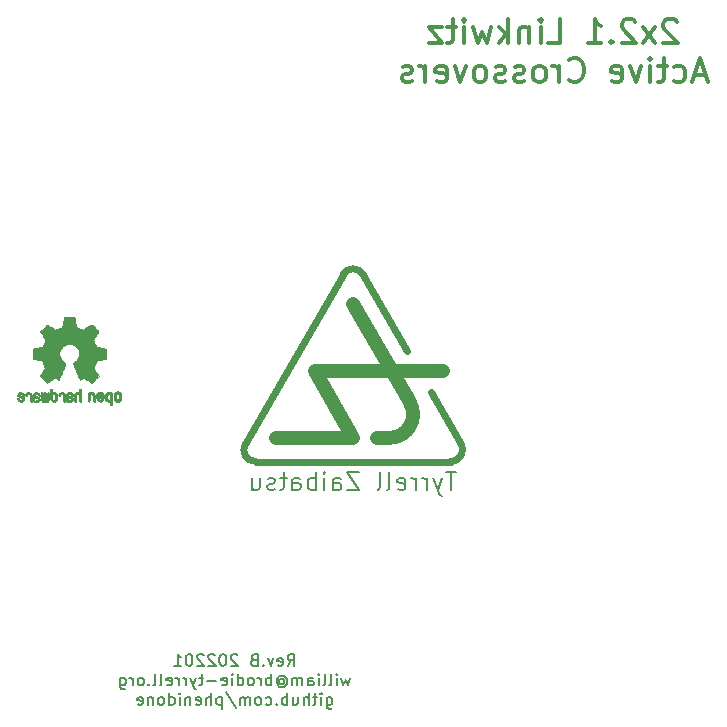
<source format=gbr>
G04 #@! TF.GenerationSoftware,KiCad,Pcbnew,5.1.5+dfsg1-2build2*
G04 #@! TF.CreationDate,2022-01-21T21:07:52+10:30*
G04 #@! TF.ProjectId,xover,786f7665-722e-46b6-9963-61645f706362,rev?*
G04 #@! TF.SameCoordinates,Original*
G04 #@! TF.FileFunction,Legend,Bot*
G04 #@! TF.FilePolarity,Positive*
%FSLAX46Y46*%
G04 Gerber Fmt 4.6, Leading zero omitted, Abs format (unit mm)*
G04 Created by KiCad (PCBNEW 5.1.5+dfsg1-2build2) date 2022-01-21 21:07:52*
%MOMM*%
%LPD*%
G04 APERTURE LIST*
%ADD10C,0.150000*%
%ADD11C,0.300000*%
%ADD12C,0.010000*%
%ADD13C,1.200000*%
%ADD14C,0.600000*%
%ADD15C,0.200000*%
G04 APERTURE END LIST*
D10*
X52476190Y-117802380D02*
X52809523Y-117326190D01*
X53047619Y-117802380D02*
X53047619Y-116802380D01*
X52666666Y-116802380D01*
X52571428Y-116850000D01*
X52523809Y-116897619D01*
X52476190Y-116992857D01*
X52476190Y-117135714D01*
X52523809Y-117230952D01*
X52571428Y-117278571D01*
X52666666Y-117326190D01*
X53047619Y-117326190D01*
X51666666Y-117754761D02*
X51761904Y-117802380D01*
X51952380Y-117802380D01*
X52047619Y-117754761D01*
X52095238Y-117659523D01*
X52095238Y-117278571D01*
X52047619Y-117183333D01*
X51952380Y-117135714D01*
X51761904Y-117135714D01*
X51666666Y-117183333D01*
X51619047Y-117278571D01*
X51619047Y-117373809D01*
X52095238Y-117469047D01*
X51285714Y-117135714D02*
X51047619Y-117802380D01*
X50809523Y-117135714D01*
X50428571Y-117707142D02*
X50380952Y-117754761D01*
X50428571Y-117802380D01*
X50476190Y-117754761D01*
X50428571Y-117707142D01*
X50428571Y-117802380D01*
X49619047Y-117278571D02*
X49476190Y-117326190D01*
X49428571Y-117373809D01*
X49380952Y-117469047D01*
X49380952Y-117611904D01*
X49428571Y-117707142D01*
X49476190Y-117754761D01*
X49571428Y-117802380D01*
X49952380Y-117802380D01*
X49952380Y-116802380D01*
X49619047Y-116802380D01*
X49523809Y-116850000D01*
X49476190Y-116897619D01*
X49428571Y-116992857D01*
X49428571Y-117088095D01*
X49476190Y-117183333D01*
X49523809Y-117230952D01*
X49619047Y-117278571D01*
X49952380Y-117278571D01*
X48238095Y-116897619D02*
X48190476Y-116850000D01*
X48095238Y-116802380D01*
X47857142Y-116802380D01*
X47761904Y-116850000D01*
X47714285Y-116897619D01*
X47666666Y-116992857D01*
X47666666Y-117088095D01*
X47714285Y-117230952D01*
X48285714Y-117802380D01*
X47666666Y-117802380D01*
X47047619Y-116802380D02*
X46952380Y-116802380D01*
X46857142Y-116850000D01*
X46809523Y-116897619D01*
X46761904Y-116992857D01*
X46714285Y-117183333D01*
X46714285Y-117421428D01*
X46761904Y-117611904D01*
X46809523Y-117707142D01*
X46857142Y-117754761D01*
X46952380Y-117802380D01*
X47047619Y-117802380D01*
X47142857Y-117754761D01*
X47190476Y-117707142D01*
X47238095Y-117611904D01*
X47285714Y-117421428D01*
X47285714Y-117183333D01*
X47238095Y-116992857D01*
X47190476Y-116897619D01*
X47142857Y-116850000D01*
X47047619Y-116802380D01*
X46333333Y-116897619D02*
X46285714Y-116850000D01*
X46190476Y-116802380D01*
X45952380Y-116802380D01*
X45857142Y-116850000D01*
X45809523Y-116897619D01*
X45761904Y-116992857D01*
X45761904Y-117088095D01*
X45809523Y-117230952D01*
X46380952Y-117802380D01*
X45761904Y-117802380D01*
X45380952Y-116897619D02*
X45333333Y-116850000D01*
X45238095Y-116802380D01*
X45000000Y-116802380D01*
X44904761Y-116850000D01*
X44857142Y-116897619D01*
X44809523Y-116992857D01*
X44809523Y-117088095D01*
X44857142Y-117230952D01*
X45428571Y-117802380D01*
X44809523Y-117802380D01*
X44190476Y-116802380D02*
X44095238Y-116802380D01*
X44000000Y-116850000D01*
X43952380Y-116897619D01*
X43904761Y-116992857D01*
X43857142Y-117183333D01*
X43857142Y-117421428D01*
X43904761Y-117611904D01*
X43952380Y-117707142D01*
X44000000Y-117754761D01*
X44095238Y-117802380D01*
X44190476Y-117802380D01*
X44285714Y-117754761D01*
X44333333Y-117707142D01*
X44380952Y-117611904D01*
X44428571Y-117421428D01*
X44428571Y-117183333D01*
X44380952Y-116992857D01*
X44333333Y-116897619D01*
X44285714Y-116850000D01*
X44190476Y-116802380D01*
X42904761Y-117802380D02*
X43476190Y-117802380D01*
X43190476Y-117802380D02*
X43190476Y-116802380D01*
X43285714Y-116945238D01*
X43380952Y-117040476D01*
X43476190Y-117088095D01*
X57785714Y-118785714D02*
X57595238Y-119452380D01*
X57404761Y-118976190D01*
X57214285Y-119452380D01*
X57023809Y-118785714D01*
X56642857Y-119452380D02*
X56642857Y-118785714D01*
X56642857Y-118452380D02*
X56690476Y-118500000D01*
X56642857Y-118547619D01*
X56595238Y-118500000D01*
X56642857Y-118452380D01*
X56642857Y-118547619D01*
X56023809Y-119452380D02*
X56119047Y-119404761D01*
X56166666Y-119309523D01*
X56166666Y-118452380D01*
X55500000Y-119452380D02*
X55595238Y-119404761D01*
X55642857Y-119309523D01*
X55642857Y-118452380D01*
X55119047Y-119452380D02*
X55119047Y-118785714D01*
X55119047Y-118452380D02*
X55166666Y-118500000D01*
X55119047Y-118547619D01*
X55071428Y-118500000D01*
X55119047Y-118452380D01*
X55119047Y-118547619D01*
X54214285Y-119452380D02*
X54214285Y-118928571D01*
X54261904Y-118833333D01*
X54357142Y-118785714D01*
X54547619Y-118785714D01*
X54642857Y-118833333D01*
X54214285Y-119404761D02*
X54309523Y-119452380D01*
X54547619Y-119452380D01*
X54642857Y-119404761D01*
X54690476Y-119309523D01*
X54690476Y-119214285D01*
X54642857Y-119119047D01*
X54547619Y-119071428D01*
X54309523Y-119071428D01*
X54214285Y-119023809D01*
X53738095Y-119452380D02*
X53738095Y-118785714D01*
X53738095Y-118880952D02*
X53690476Y-118833333D01*
X53595238Y-118785714D01*
X53452380Y-118785714D01*
X53357142Y-118833333D01*
X53309523Y-118928571D01*
X53309523Y-119452380D01*
X53309523Y-118928571D02*
X53261904Y-118833333D01*
X53166666Y-118785714D01*
X53023809Y-118785714D01*
X52928571Y-118833333D01*
X52880952Y-118928571D01*
X52880952Y-119452380D01*
X51785714Y-118976190D02*
X51833333Y-118928571D01*
X51928571Y-118880952D01*
X52023809Y-118880952D01*
X52119047Y-118928571D01*
X52166666Y-118976190D01*
X52214285Y-119071428D01*
X52214285Y-119166666D01*
X52166666Y-119261904D01*
X52119047Y-119309523D01*
X52023809Y-119357142D01*
X51928571Y-119357142D01*
X51833333Y-119309523D01*
X51785714Y-119261904D01*
X51785714Y-118880952D02*
X51785714Y-119261904D01*
X51738095Y-119309523D01*
X51690476Y-119309523D01*
X51595238Y-119261904D01*
X51547619Y-119166666D01*
X51547619Y-118928571D01*
X51642857Y-118785714D01*
X51785714Y-118690476D01*
X51976190Y-118642857D01*
X52166666Y-118690476D01*
X52309523Y-118785714D01*
X52404761Y-118928571D01*
X52452380Y-119119047D01*
X52404761Y-119309523D01*
X52309523Y-119452380D01*
X52166666Y-119547619D01*
X51976190Y-119595238D01*
X51785714Y-119547619D01*
X51642857Y-119452380D01*
X51119047Y-119452380D02*
X51119047Y-118452380D01*
X51119047Y-118833333D02*
X51023809Y-118785714D01*
X50833333Y-118785714D01*
X50738095Y-118833333D01*
X50690476Y-118880952D01*
X50642857Y-118976190D01*
X50642857Y-119261904D01*
X50690476Y-119357142D01*
X50738095Y-119404761D01*
X50833333Y-119452380D01*
X51023809Y-119452380D01*
X51119047Y-119404761D01*
X50214285Y-119452380D02*
X50214285Y-118785714D01*
X50214285Y-118976190D02*
X50166666Y-118880952D01*
X50119047Y-118833333D01*
X50023809Y-118785714D01*
X49928571Y-118785714D01*
X49452380Y-119452380D02*
X49547619Y-119404761D01*
X49595238Y-119357142D01*
X49642857Y-119261904D01*
X49642857Y-118976190D01*
X49595238Y-118880952D01*
X49547619Y-118833333D01*
X49452380Y-118785714D01*
X49309523Y-118785714D01*
X49214285Y-118833333D01*
X49166666Y-118880952D01*
X49119047Y-118976190D01*
X49119047Y-119261904D01*
X49166666Y-119357142D01*
X49214285Y-119404761D01*
X49309523Y-119452380D01*
X49452380Y-119452380D01*
X48261904Y-119452380D02*
X48261904Y-118452380D01*
X48261904Y-119404761D02*
X48357142Y-119452380D01*
X48547619Y-119452380D01*
X48642857Y-119404761D01*
X48690476Y-119357142D01*
X48738095Y-119261904D01*
X48738095Y-118976190D01*
X48690476Y-118880952D01*
X48642857Y-118833333D01*
X48547619Y-118785714D01*
X48357142Y-118785714D01*
X48261904Y-118833333D01*
X47785714Y-119452380D02*
X47785714Y-118785714D01*
X47785714Y-118452380D02*
X47833333Y-118500000D01*
X47785714Y-118547619D01*
X47738095Y-118500000D01*
X47785714Y-118452380D01*
X47785714Y-118547619D01*
X46928571Y-119404761D02*
X47023809Y-119452380D01*
X47214285Y-119452380D01*
X47309523Y-119404761D01*
X47357142Y-119309523D01*
X47357142Y-118928571D01*
X47309523Y-118833333D01*
X47214285Y-118785714D01*
X47023809Y-118785714D01*
X46928571Y-118833333D01*
X46880952Y-118928571D01*
X46880952Y-119023809D01*
X47357142Y-119119047D01*
X46452380Y-119071428D02*
X45690476Y-119071428D01*
X45357142Y-118785714D02*
X44976190Y-118785714D01*
X45214285Y-118452380D02*
X45214285Y-119309523D01*
X45166666Y-119404761D01*
X45071428Y-119452380D01*
X44976190Y-119452380D01*
X44738095Y-118785714D02*
X44500000Y-119452380D01*
X44261904Y-118785714D02*
X44500000Y-119452380D01*
X44595238Y-119690476D01*
X44642857Y-119738095D01*
X44738095Y-119785714D01*
X43880952Y-119452380D02*
X43880952Y-118785714D01*
X43880952Y-118976190D02*
X43833333Y-118880952D01*
X43785714Y-118833333D01*
X43690476Y-118785714D01*
X43595238Y-118785714D01*
X43261904Y-119452380D02*
X43261904Y-118785714D01*
X43261904Y-118976190D02*
X43214285Y-118880952D01*
X43166666Y-118833333D01*
X43071428Y-118785714D01*
X42976190Y-118785714D01*
X42261904Y-119404761D02*
X42357142Y-119452380D01*
X42547619Y-119452380D01*
X42642857Y-119404761D01*
X42690476Y-119309523D01*
X42690476Y-118928571D01*
X42642857Y-118833333D01*
X42547619Y-118785714D01*
X42357142Y-118785714D01*
X42261904Y-118833333D01*
X42214285Y-118928571D01*
X42214285Y-119023809D01*
X42690476Y-119119047D01*
X41642857Y-119452380D02*
X41738095Y-119404761D01*
X41785714Y-119309523D01*
X41785714Y-118452380D01*
X41119047Y-119452380D02*
X41214285Y-119404761D01*
X41261904Y-119309523D01*
X41261904Y-118452380D01*
X40738095Y-119357142D02*
X40690476Y-119404761D01*
X40738095Y-119452380D01*
X40785714Y-119404761D01*
X40738095Y-119357142D01*
X40738095Y-119452380D01*
X40119047Y-119452380D02*
X40214285Y-119404761D01*
X40261904Y-119357142D01*
X40309523Y-119261904D01*
X40309523Y-118976190D01*
X40261904Y-118880952D01*
X40214285Y-118833333D01*
X40119047Y-118785714D01*
X39976190Y-118785714D01*
X39880952Y-118833333D01*
X39833333Y-118880952D01*
X39785714Y-118976190D01*
X39785714Y-119261904D01*
X39833333Y-119357142D01*
X39880952Y-119404761D01*
X39976190Y-119452380D01*
X40119047Y-119452380D01*
X39357142Y-119452380D02*
X39357142Y-118785714D01*
X39357142Y-118976190D02*
X39309523Y-118880952D01*
X39261904Y-118833333D01*
X39166666Y-118785714D01*
X39071428Y-118785714D01*
X38309523Y-118785714D02*
X38309523Y-119595238D01*
X38357142Y-119690476D01*
X38404761Y-119738095D01*
X38500000Y-119785714D01*
X38642857Y-119785714D01*
X38738095Y-119738095D01*
X38309523Y-119404761D02*
X38404761Y-119452380D01*
X38595238Y-119452380D01*
X38690476Y-119404761D01*
X38738095Y-119357142D01*
X38785714Y-119261904D01*
X38785714Y-118976190D01*
X38738095Y-118880952D01*
X38690476Y-118833333D01*
X38595238Y-118785714D01*
X38404761Y-118785714D01*
X38309523Y-118833333D01*
X55785714Y-120435714D02*
X55785714Y-121245238D01*
X55833333Y-121340476D01*
X55880952Y-121388095D01*
X55976190Y-121435714D01*
X56119047Y-121435714D01*
X56214285Y-121388095D01*
X55785714Y-121054761D02*
X55880952Y-121102380D01*
X56071428Y-121102380D01*
X56166666Y-121054761D01*
X56214285Y-121007142D01*
X56261904Y-120911904D01*
X56261904Y-120626190D01*
X56214285Y-120530952D01*
X56166666Y-120483333D01*
X56071428Y-120435714D01*
X55880952Y-120435714D01*
X55785714Y-120483333D01*
X55309523Y-121102380D02*
X55309523Y-120435714D01*
X55309523Y-120102380D02*
X55357142Y-120150000D01*
X55309523Y-120197619D01*
X55261904Y-120150000D01*
X55309523Y-120102380D01*
X55309523Y-120197619D01*
X54976190Y-120435714D02*
X54595238Y-120435714D01*
X54833333Y-120102380D02*
X54833333Y-120959523D01*
X54785714Y-121054761D01*
X54690476Y-121102380D01*
X54595238Y-121102380D01*
X54261904Y-121102380D02*
X54261904Y-120102380D01*
X53833333Y-121102380D02*
X53833333Y-120578571D01*
X53880952Y-120483333D01*
X53976190Y-120435714D01*
X54119047Y-120435714D01*
X54214285Y-120483333D01*
X54261904Y-120530952D01*
X52928571Y-120435714D02*
X52928571Y-121102380D01*
X53357142Y-120435714D02*
X53357142Y-120959523D01*
X53309523Y-121054761D01*
X53214285Y-121102380D01*
X53071428Y-121102380D01*
X52976190Y-121054761D01*
X52928571Y-121007142D01*
X52452380Y-121102380D02*
X52452380Y-120102380D01*
X52452380Y-120483333D02*
X52357142Y-120435714D01*
X52166666Y-120435714D01*
X52071428Y-120483333D01*
X52023809Y-120530952D01*
X51976190Y-120626190D01*
X51976190Y-120911904D01*
X52023809Y-121007142D01*
X52071428Y-121054761D01*
X52166666Y-121102380D01*
X52357142Y-121102380D01*
X52452380Y-121054761D01*
X51547619Y-121007142D02*
X51500000Y-121054761D01*
X51547619Y-121102380D01*
X51595238Y-121054761D01*
X51547619Y-121007142D01*
X51547619Y-121102380D01*
X50642857Y-121054761D02*
X50738095Y-121102380D01*
X50928571Y-121102380D01*
X51023809Y-121054761D01*
X51071428Y-121007142D01*
X51119047Y-120911904D01*
X51119047Y-120626190D01*
X51071428Y-120530952D01*
X51023809Y-120483333D01*
X50928571Y-120435714D01*
X50738095Y-120435714D01*
X50642857Y-120483333D01*
X50071428Y-121102380D02*
X50166666Y-121054761D01*
X50214285Y-121007142D01*
X50261904Y-120911904D01*
X50261904Y-120626190D01*
X50214285Y-120530952D01*
X50166666Y-120483333D01*
X50071428Y-120435714D01*
X49928571Y-120435714D01*
X49833333Y-120483333D01*
X49785714Y-120530952D01*
X49738095Y-120626190D01*
X49738095Y-120911904D01*
X49785714Y-121007142D01*
X49833333Y-121054761D01*
X49928571Y-121102380D01*
X50071428Y-121102380D01*
X49309523Y-121102380D02*
X49309523Y-120435714D01*
X49309523Y-120530952D02*
X49261904Y-120483333D01*
X49166666Y-120435714D01*
X49023809Y-120435714D01*
X48928571Y-120483333D01*
X48880952Y-120578571D01*
X48880952Y-121102380D01*
X48880952Y-120578571D02*
X48833333Y-120483333D01*
X48738095Y-120435714D01*
X48595238Y-120435714D01*
X48500000Y-120483333D01*
X48452380Y-120578571D01*
X48452380Y-121102380D01*
X47261904Y-120054761D02*
X48119047Y-121340476D01*
X46928571Y-120435714D02*
X46928571Y-121435714D01*
X46928571Y-120483333D02*
X46833333Y-120435714D01*
X46642857Y-120435714D01*
X46547619Y-120483333D01*
X46500000Y-120530952D01*
X46452380Y-120626190D01*
X46452380Y-120911904D01*
X46500000Y-121007142D01*
X46547619Y-121054761D01*
X46642857Y-121102380D01*
X46833333Y-121102380D01*
X46928571Y-121054761D01*
X46023809Y-121102380D02*
X46023809Y-120102380D01*
X45595238Y-121102380D02*
X45595238Y-120578571D01*
X45642857Y-120483333D01*
X45738095Y-120435714D01*
X45880952Y-120435714D01*
X45976190Y-120483333D01*
X46023809Y-120530952D01*
X44738095Y-121054761D02*
X44833333Y-121102380D01*
X45023809Y-121102380D01*
X45119047Y-121054761D01*
X45166666Y-120959523D01*
X45166666Y-120578571D01*
X45119047Y-120483333D01*
X45023809Y-120435714D01*
X44833333Y-120435714D01*
X44738095Y-120483333D01*
X44690476Y-120578571D01*
X44690476Y-120673809D01*
X45166666Y-120769047D01*
X44261904Y-120435714D02*
X44261904Y-121102380D01*
X44261904Y-120530952D02*
X44214285Y-120483333D01*
X44119047Y-120435714D01*
X43976190Y-120435714D01*
X43880952Y-120483333D01*
X43833333Y-120578571D01*
X43833333Y-121102380D01*
X43357142Y-121102380D02*
X43357142Y-120435714D01*
X43357142Y-120102380D02*
X43404761Y-120150000D01*
X43357142Y-120197619D01*
X43309523Y-120150000D01*
X43357142Y-120102380D01*
X43357142Y-120197619D01*
X42452380Y-121102380D02*
X42452380Y-120102380D01*
X42452380Y-121054761D02*
X42547619Y-121102380D01*
X42738095Y-121102380D01*
X42833333Y-121054761D01*
X42880952Y-121007142D01*
X42928571Y-120911904D01*
X42928571Y-120626190D01*
X42880952Y-120530952D01*
X42833333Y-120483333D01*
X42738095Y-120435714D01*
X42547619Y-120435714D01*
X42452380Y-120483333D01*
X41833333Y-121102380D02*
X41928571Y-121054761D01*
X41976190Y-121007142D01*
X42023809Y-120911904D01*
X42023809Y-120626190D01*
X41976190Y-120530952D01*
X41928571Y-120483333D01*
X41833333Y-120435714D01*
X41690476Y-120435714D01*
X41595238Y-120483333D01*
X41547619Y-120530952D01*
X41500000Y-120626190D01*
X41500000Y-120911904D01*
X41547619Y-121007142D01*
X41595238Y-121054761D01*
X41690476Y-121102380D01*
X41833333Y-121102380D01*
X41071428Y-120435714D02*
X41071428Y-121102380D01*
X41071428Y-120530952D02*
X41023809Y-120483333D01*
X40928571Y-120435714D01*
X40785714Y-120435714D01*
X40690476Y-120483333D01*
X40642857Y-120578571D01*
X40642857Y-121102380D01*
X39785714Y-121054761D02*
X39880952Y-121102380D01*
X40071428Y-121102380D01*
X40166666Y-121054761D01*
X40214285Y-120959523D01*
X40214285Y-120578571D01*
X40166666Y-120483333D01*
X40071428Y-120435714D01*
X39880952Y-120435714D01*
X39785714Y-120483333D01*
X39738095Y-120578571D01*
X39738095Y-120673809D01*
X40214285Y-120769047D01*
D11*
X85428571Y-63245238D02*
X85333333Y-63150000D01*
X85142857Y-63054761D01*
X84666666Y-63054761D01*
X84476190Y-63150000D01*
X84380952Y-63245238D01*
X84285714Y-63435714D01*
X84285714Y-63626190D01*
X84380952Y-63911904D01*
X85523809Y-65054761D01*
X84285714Y-65054761D01*
X83619047Y-65054761D02*
X82571428Y-63721428D01*
X83619047Y-63721428D02*
X82571428Y-65054761D01*
X81904761Y-63245238D02*
X81809523Y-63150000D01*
X81619047Y-63054761D01*
X81142857Y-63054761D01*
X80952380Y-63150000D01*
X80857142Y-63245238D01*
X80761904Y-63435714D01*
X80761904Y-63626190D01*
X80857142Y-63911904D01*
X82000000Y-65054761D01*
X80761904Y-65054761D01*
X79904761Y-64864285D02*
X79809523Y-64959523D01*
X79904761Y-65054761D01*
X80000000Y-64959523D01*
X79904761Y-64864285D01*
X79904761Y-65054761D01*
X77904761Y-65054761D02*
X79047619Y-65054761D01*
X78476190Y-65054761D02*
X78476190Y-63054761D01*
X78666666Y-63340476D01*
X78857142Y-63530952D01*
X79047619Y-63626190D01*
X74571428Y-65054761D02*
X75523809Y-65054761D01*
X75523809Y-63054761D01*
X73904761Y-65054761D02*
X73904761Y-63721428D01*
X73904761Y-63054761D02*
X74000000Y-63150000D01*
X73904761Y-63245238D01*
X73809523Y-63150000D01*
X73904761Y-63054761D01*
X73904761Y-63245238D01*
X72952380Y-63721428D02*
X72952380Y-65054761D01*
X72952380Y-63911904D02*
X72857142Y-63816666D01*
X72666666Y-63721428D01*
X72380952Y-63721428D01*
X72190476Y-63816666D01*
X72095238Y-64007142D01*
X72095238Y-65054761D01*
X71142857Y-65054761D02*
X71142857Y-63054761D01*
X70952380Y-64292857D02*
X70380952Y-65054761D01*
X70380952Y-63721428D02*
X71142857Y-64483333D01*
X69714285Y-63721428D02*
X69333333Y-65054761D01*
X68952380Y-64102380D01*
X68571428Y-65054761D01*
X68190476Y-63721428D01*
X67428571Y-65054761D02*
X67428571Y-63721428D01*
X67428571Y-63054761D02*
X67523809Y-63150000D01*
X67428571Y-63245238D01*
X67333333Y-63150000D01*
X67428571Y-63054761D01*
X67428571Y-63245238D01*
X66761904Y-63721428D02*
X66000000Y-63721428D01*
X66476190Y-63054761D02*
X66476190Y-64769047D01*
X66380952Y-64959523D01*
X66190476Y-65054761D01*
X66000000Y-65054761D01*
X65523809Y-63721428D02*
X64476190Y-63721428D01*
X65523809Y-65054761D01*
X64476190Y-65054761D01*
X87857142Y-67783333D02*
X86904761Y-67783333D01*
X88047619Y-68354761D02*
X87380952Y-66354761D01*
X86714285Y-68354761D01*
X85190476Y-68259523D02*
X85380952Y-68354761D01*
X85761904Y-68354761D01*
X85952380Y-68259523D01*
X86047619Y-68164285D01*
X86142857Y-67973809D01*
X86142857Y-67402380D01*
X86047619Y-67211904D01*
X85952380Y-67116666D01*
X85761904Y-67021428D01*
X85380952Y-67021428D01*
X85190476Y-67116666D01*
X84619047Y-67021428D02*
X83857142Y-67021428D01*
X84333333Y-66354761D02*
X84333333Y-68069047D01*
X84238095Y-68259523D01*
X84047619Y-68354761D01*
X83857142Y-68354761D01*
X83190476Y-68354761D02*
X83190476Y-67021428D01*
X83190476Y-66354761D02*
X83285714Y-66450000D01*
X83190476Y-66545238D01*
X83095238Y-66450000D01*
X83190476Y-66354761D01*
X83190476Y-66545238D01*
X82428571Y-67021428D02*
X81952380Y-68354761D01*
X81476190Y-67021428D01*
X79952380Y-68259523D02*
X80142857Y-68354761D01*
X80523809Y-68354761D01*
X80714285Y-68259523D01*
X80809523Y-68069047D01*
X80809523Y-67307142D01*
X80714285Y-67116666D01*
X80523809Y-67021428D01*
X80142857Y-67021428D01*
X79952380Y-67116666D01*
X79857142Y-67307142D01*
X79857142Y-67497619D01*
X80809523Y-67688095D01*
X76333333Y-68164285D02*
X76428571Y-68259523D01*
X76714285Y-68354761D01*
X76904761Y-68354761D01*
X77190476Y-68259523D01*
X77380952Y-68069047D01*
X77476190Y-67878571D01*
X77571428Y-67497619D01*
X77571428Y-67211904D01*
X77476190Y-66830952D01*
X77380952Y-66640476D01*
X77190476Y-66450000D01*
X76904761Y-66354761D01*
X76714285Y-66354761D01*
X76428571Y-66450000D01*
X76333333Y-66545238D01*
X75476190Y-68354761D02*
X75476190Y-67021428D01*
X75476190Y-67402380D02*
X75380952Y-67211904D01*
X75285714Y-67116666D01*
X75095238Y-67021428D01*
X74904761Y-67021428D01*
X73952380Y-68354761D02*
X74142857Y-68259523D01*
X74238095Y-68164285D01*
X74333333Y-67973809D01*
X74333333Y-67402380D01*
X74238095Y-67211904D01*
X74142857Y-67116666D01*
X73952380Y-67021428D01*
X73666666Y-67021428D01*
X73476190Y-67116666D01*
X73380952Y-67211904D01*
X73285714Y-67402380D01*
X73285714Y-67973809D01*
X73380952Y-68164285D01*
X73476190Y-68259523D01*
X73666666Y-68354761D01*
X73952380Y-68354761D01*
X72523809Y-68259523D02*
X72333333Y-68354761D01*
X71952380Y-68354761D01*
X71761904Y-68259523D01*
X71666666Y-68069047D01*
X71666666Y-67973809D01*
X71761904Y-67783333D01*
X71952380Y-67688095D01*
X72238095Y-67688095D01*
X72428571Y-67592857D01*
X72523809Y-67402380D01*
X72523809Y-67307142D01*
X72428571Y-67116666D01*
X72238095Y-67021428D01*
X71952380Y-67021428D01*
X71761904Y-67116666D01*
X70904761Y-68259523D02*
X70714285Y-68354761D01*
X70333333Y-68354761D01*
X70142857Y-68259523D01*
X70047619Y-68069047D01*
X70047619Y-67973809D01*
X70142857Y-67783333D01*
X70333333Y-67688095D01*
X70619047Y-67688095D01*
X70809523Y-67592857D01*
X70904761Y-67402380D01*
X70904761Y-67307142D01*
X70809523Y-67116666D01*
X70619047Y-67021428D01*
X70333333Y-67021428D01*
X70142857Y-67116666D01*
X68904761Y-68354761D02*
X69095238Y-68259523D01*
X69190476Y-68164285D01*
X69285714Y-67973809D01*
X69285714Y-67402380D01*
X69190476Y-67211904D01*
X69095238Y-67116666D01*
X68904761Y-67021428D01*
X68619047Y-67021428D01*
X68428571Y-67116666D01*
X68333333Y-67211904D01*
X68238095Y-67402380D01*
X68238095Y-67973809D01*
X68333333Y-68164285D01*
X68428571Y-68259523D01*
X68619047Y-68354761D01*
X68904761Y-68354761D01*
X67571428Y-67021428D02*
X67095238Y-68354761D01*
X66619047Y-67021428D01*
X65095238Y-68259523D02*
X65285714Y-68354761D01*
X65666666Y-68354761D01*
X65857142Y-68259523D01*
X65952380Y-68069047D01*
X65952380Y-67307142D01*
X65857142Y-67116666D01*
X65666666Y-67021428D01*
X65285714Y-67021428D01*
X65095238Y-67116666D01*
X65000000Y-67307142D01*
X65000000Y-67497619D01*
X65952380Y-67688095D01*
X64142857Y-68354761D02*
X64142857Y-67021428D01*
X64142857Y-67402380D02*
X64047619Y-67211904D01*
X63952380Y-67116666D01*
X63761904Y-67021428D01*
X63571428Y-67021428D01*
X63000000Y-68259523D02*
X62809523Y-68354761D01*
X62428571Y-68354761D01*
X62238095Y-68259523D01*
X62142857Y-68069047D01*
X62142857Y-67973809D01*
X62238095Y-67783333D01*
X62428571Y-67688095D01*
X62714285Y-67688095D01*
X62904761Y-67592857D01*
X63000000Y-67402380D01*
X63000000Y-67307142D01*
X62904761Y-67116666D01*
X62714285Y-67021428D01*
X62428571Y-67021428D01*
X62238095Y-67116666D01*
D12*
G36*
X37231114Y-94584505D02*
G01*
X37156461Y-94621727D01*
X37090569Y-94690261D01*
X37072423Y-94715648D01*
X37052655Y-94748866D01*
X37039828Y-94784945D01*
X37032490Y-94833098D01*
X37029187Y-94902536D01*
X37028462Y-94994206D01*
X37031737Y-95119830D01*
X37043123Y-95214154D01*
X37064959Y-95284523D01*
X37099581Y-95338286D01*
X37149330Y-95382788D01*
X37152986Y-95385423D01*
X37202015Y-95412377D01*
X37261055Y-95425712D01*
X37336141Y-95429000D01*
X37458205Y-95429000D01*
X37458256Y-95547497D01*
X37459392Y-95613492D01*
X37466314Y-95652202D01*
X37484402Y-95675419D01*
X37519038Y-95694933D01*
X37527355Y-95698920D01*
X37566280Y-95717603D01*
X37596417Y-95729403D01*
X37618826Y-95730422D01*
X37634567Y-95716761D01*
X37644698Y-95684522D01*
X37650277Y-95629804D01*
X37652365Y-95548711D01*
X37652019Y-95437344D01*
X37650300Y-95291802D01*
X37649763Y-95248269D01*
X37647828Y-95098205D01*
X37646096Y-95000042D01*
X37458308Y-95000042D01*
X37457252Y-95083364D01*
X37452562Y-95137880D01*
X37441949Y-95173837D01*
X37423128Y-95201482D01*
X37410350Y-95214965D01*
X37358110Y-95254417D01*
X37311858Y-95257628D01*
X37264133Y-95225049D01*
X37262923Y-95223846D01*
X37243506Y-95198668D01*
X37231693Y-95164447D01*
X37225735Y-95111748D01*
X37223880Y-95031131D01*
X37223846Y-95013271D01*
X37228330Y-94902175D01*
X37242926Y-94825161D01*
X37269350Y-94778147D01*
X37309317Y-94757050D01*
X37332416Y-94754923D01*
X37387238Y-94764900D01*
X37424842Y-94797752D01*
X37447477Y-94857857D01*
X37457394Y-94949598D01*
X37458308Y-95000042D01*
X37646096Y-95000042D01*
X37645778Y-94982060D01*
X37643127Y-94894679D01*
X37639394Y-94830905D01*
X37634093Y-94785582D01*
X37626742Y-94753555D01*
X37616857Y-94729668D01*
X37603954Y-94708764D01*
X37598421Y-94700898D01*
X37525031Y-94626595D01*
X37432240Y-94584467D01*
X37324904Y-94572722D01*
X37231114Y-94584505D01*
G37*
X37231114Y-94584505D02*
X37156461Y-94621727D01*
X37090569Y-94690261D01*
X37072423Y-94715648D01*
X37052655Y-94748866D01*
X37039828Y-94784945D01*
X37032490Y-94833098D01*
X37029187Y-94902536D01*
X37028462Y-94994206D01*
X37031737Y-95119830D01*
X37043123Y-95214154D01*
X37064959Y-95284523D01*
X37099581Y-95338286D01*
X37149330Y-95382788D01*
X37152986Y-95385423D01*
X37202015Y-95412377D01*
X37261055Y-95425712D01*
X37336141Y-95429000D01*
X37458205Y-95429000D01*
X37458256Y-95547497D01*
X37459392Y-95613492D01*
X37466314Y-95652202D01*
X37484402Y-95675419D01*
X37519038Y-95694933D01*
X37527355Y-95698920D01*
X37566280Y-95717603D01*
X37596417Y-95729403D01*
X37618826Y-95730422D01*
X37634567Y-95716761D01*
X37644698Y-95684522D01*
X37650277Y-95629804D01*
X37652365Y-95548711D01*
X37652019Y-95437344D01*
X37650300Y-95291802D01*
X37649763Y-95248269D01*
X37647828Y-95098205D01*
X37646096Y-95000042D01*
X37458308Y-95000042D01*
X37457252Y-95083364D01*
X37452562Y-95137880D01*
X37441949Y-95173837D01*
X37423128Y-95201482D01*
X37410350Y-95214965D01*
X37358110Y-95254417D01*
X37311858Y-95257628D01*
X37264133Y-95225049D01*
X37262923Y-95223846D01*
X37243506Y-95198668D01*
X37231693Y-95164447D01*
X37225735Y-95111748D01*
X37223880Y-95031131D01*
X37223846Y-95013271D01*
X37228330Y-94902175D01*
X37242926Y-94825161D01*
X37269350Y-94778147D01*
X37309317Y-94757050D01*
X37332416Y-94754923D01*
X37387238Y-94764900D01*
X37424842Y-94797752D01*
X37447477Y-94857857D01*
X37457394Y-94949598D01*
X37458308Y-95000042D01*
X37646096Y-95000042D01*
X37645778Y-94982060D01*
X37643127Y-94894679D01*
X37639394Y-94830905D01*
X37634093Y-94785582D01*
X37626742Y-94753555D01*
X37616857Y-94729668D01*
X37603954Y-94708764D01*
X37598421Y-94700898D01*
X37525031Y-94626595D01*
X37432240Y-94584467D01*
X37324904Y-94572722D01*
X37231114Y-94584505D01*
G36*
X35728336Y-94595089D02*
G01*
X35665633Y-94631358D01*
X35622039Y-94667358D01*
X35590155Y-94705075D01*
X35568190Y-94751199D01*
X35554351Y-94812421D01*
X35546847Y-94895431D01*
X35543883Y-95006919D01*
X35543539Y-95087062D01*
X35543539Y-95382065D01*
X35709615Y-95456515D01*
X35719385Y-95133402D01*
X35723421Y-95012729D01*
X35727656Y-94925141D01*
X35732903Y-94864650D01*
X35739975Y-94825268D01*
X35749689Y-94801007D01*
X35762856Y-94785880D01*
X35767081Y-94782606D01*
X35831091Y-94757034D01*
X35895792Y-94767153D01*
X35934308Y-94794000D01*
X35949975Y-94813024D01*
X35960820Y-94837988D01*
X35967712Y-94875834D01*
X35971521Y-94933502D01*
X35973117Y-95017935D01*
X35973385Y-95105928D01*
X35973437Y-95216323D01*
X35975328Y-95294463D01*
X35981655Y-95347165D01*
X35995017Y-95381242D01*
X36018015Y-95403511D01*
X36053246Y-95420787D01*
X36100303Y-95438738D01*
X36151697Y-95458278D01*
X36145579Y-95111485D01*
X36143116Y-94986468D01*
X36140233Y-94894082D01*
X36136102Y-94827881D01*
X36129893Y-94781420D01*
X36120774Y-94748256D01*
X36107917Y-94721944D01*
X36092416Y-94698729D01*
X36017629Y-94624569D01*
X35926372Y-94581684D01*
X35827117Y-94571412D01*
X35728336Y-94595089D01*
G37*
X35728336Y-94595089D02*
X35665633Y-94631358D01*
X35622039Y-94667358D01*
X35590155Y-94705075D01*
X35568190Y-94751199D01*
X35554351Y-94812421D01*
X35546847Y-94895431D01*
X35543883Y-95006919D01*
X35543539Y-95087062D01*
X35543539Y-95382065D01*
X35709615Y-95456515D01*
X35719385Y-95133402D01*
X35723421Y-95012729D01*
X35727656Y-94925141D01*
X35732903Y-94864650D01*
X35739975Y-94825268D01*
X35749689Y-94801007D01*
X35762856Y-94785880D01*
X35767081Y-94782606D01*
X35831091Y-94757034D01*
X35895792Y-94767153D01*
X35934308Y-94794000D01*
X35949975Y-94813024D01*
X35960820Y-94837988D01*
X35967712Y-94875834D01*
X35971521Y-94933502D01*
X35973117Y-95017935D01*
X35973385Y-95105928D01*
X35973437Y-95216323D01*
X35975328Y-95294463D01*
X35981655Y-95347165D01*
X35995017Y-95381242D01*
X36018015Y-95403511D01*
X36053246Y-95420787D01*
X36100303Y-95438738D01*
X36151697Y-95458278D01*
X36145579Y-95111485D01*
X36143116Y-94986468D01*
X36140233Y-94894082D01*
X36136102Y-94827881D01*
X36129893Y-94781420D01*
X36120774Y-94748256D01*
X36107917Y-94721944D01*
X36092416Y-94698729D01*
X36017629Y-94624569D01*
X35926372Y-94581684D01*
X35827117Y-94571412D01*
X35728336Y-94595089D01*
G36*
X37983114Y-94587256D02*
G01*
X37891536Y-94635409D01*
X37823951Y-94712905D01*
X37799943Y-94762727D01*
X37781262Y-94837533D01*
X37771699Y-94932052D01*
X37770792Y-95035210D01*
X37778079Y-95135935D01*
X37793097Y-95223153D01*
X37815385Y-95285791D01*
X37822235Y-95296579D01*
X37903368Y-95377105D01*
X37999734Y-95425336D01*
X38104299Y-95439450D01*
X38210032Y-95417629D01*
X38239457Y-95404547D01*
X38296759Y-95364231D01*
X38347050Y-95310775D01*
X38351803Y-95303995D01*
X38371122Y-95271321D01*
X38383892Y-95236394D01*
X38391436Y-95190414D01*
X38395076Y-95124584D01*
X38396135Y-95030105D01*
X38396154Y-95008923D01*
X38396106Y-95002182D01*
X38200769Y-95002182D01*
X38199632Y-95091349D01*
X38195159Y-95150520D01*
X38185754Y-95188741D01*
X38169824Y-95215053D01*
X38161692Y-95223846D01*
X38114942Y-95257261D01*
X38069553Y-95255737D01*
X38023660Y-95226752D01*
X37996288Y-95195809D01*
X37980077Y-95150643D01*
X37970974Y-95079420D01*
X37970349Y-95071114D01*
X37968796Y-94942037D01*
X37985035Y-94846172D01*
X38018848Y-94784107D01*
X38070016Y-94756432D01*
X38088280Y-94754923D01*
X38136240Y-94762513D01*
X38169047Y-94788808D01*
X38189105Y-94839095D01*
X38198822Y-94918664D01*
X38200769Y-95002182D01*
X38396106Y-95002182D01*
X38395426Y-94908249D01*
X38392371Y-94837906D01*
X38385678Y-94789163D01*
X38374040Y-94753288D01*
X38356147Y-94721548D01*
X38352192Y-94715648D01*
X38285733Y-94636104D01*
X38213315Y-94589929D01*
X38125151Y-94571599D01*
X38095213Y-94570703D01*
X37983114Y-94587256D01*
G37*
X37983114Y-94587256D02*
X37891536Y-94635409D01*
X37823951Y-94712905D01*
X37799943Y-94762727D01*
X37781262Y-94837533D01*
X37771699Y-94932052D01*
X37770792Y-95035210D01*
X37778079Y-95135935D01*
X37793097Y-95223153D01*
X37815385Y-95285791D01*
X37822235Y-95296579D01*
X37903368Y-95377105D01*
X37999734Y-95425336D01*
X38104299Y-95439450D01*
X38210032Y-95417629D01*
X38239457Y-95404547D01*
X38296759Y-95364231D01*
X38347050Y-95310775D01*
X38351803Y-95303995D01*
X38371122Y-95271321D01*
X38383892Y-95236394D01*
X38391436Y-95190414D01*
X38395076Y-95124584D01*
X38396135Y-95030105D01*
X38396154Y-95008923D01*
X38396106Y-95002182D01*
X38200769Y-95002182D01*
X38199632Y-95091349D01*
X38195159Y-95150520D01*
X38185754Y-95188741D01*
X38169824Y-95215053D01*
X38161692Y-95223846D01*
X38114942Y-95257261D01*
X38069553Y-95255737D01*
X38023660Y-95226752D01*
X37996288Y-95195809D01*
X37980077Y-95150643D01*
X37970974Y-95079420D01*
X37970349Y-95071114D01*
X37968796Y-94942037D01*
X37985035Y-94846172D01*
X38018848Y-94784107D01*
X38070016Y-94756432D01*
X38088280Y-94754923D01*
X38136240Y-94762513D01*
X38169047Y-94788808D01*
X38189105Y-94839095D01*
X38198822Y-94918664D01*
X38200769Y-95002182D01*
X38396106Y-95002182D01*
X38395426Y-94908249D01*
X38392371Y-94837906D01*
X38385678Y-94789163D01*
X38374040Y-94753288D01*
X38356147Y-94721548D01*
X38352192Y-94715648D01*
X38285733Y-94636104D01*
X38213315Y-94589929D01*
X38125151Y-94571599D01*
X38095213Y-94570703D01*
X37983114Y-94587256D01*
G36*
X36465746Y-94599745D02*
G01*
X36388714Y-94651567D01*
X36329184Y-94726412D01*
X36293622Y-94821654D01*
X36286429Y-94891756D01*
X36287246Y-94921009D01*
X36294086Y-94943407D01*
X36312888Y-94963474D01*
X36349592Y-94985733D01*
X36410138Y-95014709D01*
X36500466Y-95054927D01*
X36500923Y-95055129D01*
X36584067Y-95093210D01*
X36652247Y-95127025D01*
X36698495Y-95152933D01*
X36715842Y-95167295D01*
X36715846Y-95167411D01*
X36700557Y-95198685D01*
X36664804Y-95233157D01*
X36623758Y-95257990D01*
X36602963Y-95262923D01*
X36546230Y-95245862D01*
X36497373Y-95203133D01*
X36473535Y-95156155D01*
X36450603Y-95121522D01*
X36405682Y-95082081D01*
X36352877Y-95048009D01*
X36306290Y-95029480D01*
X36296548Y-95028462D01*
X36285582Y-95045215D01*
X36284921Y-95088039D01*
X36292980Y-95145781D01*
X36308173Y-95207289D01*
X36328914Y-95261409D01*
X36329962Y-95263510D01*
X36392379Y-95350660D01*
X36473274Y-95409939D01*
X36565144Y-95439034D01*
X36660487Y-95435634D01*
X36751802Y-95397428D01*
X36755862Y-95394741D01*
X36827694Y-95329642D01*
X36874927Y-95244705D01*
X36901066Y-95133021D01*
X36904574Y-95101643D01*
X36910787Y-94953536D01*
X36903339Y-94884468D01*
X36715846Y-94884468D01*
X36713410Y-94927552D01*
X36700086Y-94940126D01*
X36666868Y-94930719D01*
X36614506Y-94908483D01*
X36555976Y-94880610D01*
X36554521Y-94879872D01*
X36504911Y-94853777D01*
X36485000Y-94836363D01*
X36489910Y-94818107D01*
X36510584Y-94794120D01*
X36563181Y-94759406D01*
X36619823Y-94756856D01*
X36670631Y-94782119D01*
X36705724Y-94830847D01*
X36715846Y-94884468D01*
X36903339Y-94884468D01*
X36898008Y-94835036D01*
X36865222Y-94741055D01*
X36819579Y-94675215D01*
X36737198Y-94608681D01*
X36646454Y-94575676D01*
X36553815Y-94573573D01*
X36465746Y-94599745D01*
G37*
X36465746Y-94599745D02*
X36388714Y-94651567D01*
X36329184Y-94726412D01*
X36293622Y-94821654D01*
X36286429Y-94891756D01*
X36287246Y-94921009D01*
X36294086Y-94943407D01*
X36312888Y-94963474D01*
X36349592Y-94985733D01*
X36410138Y-95014709D01*
X36500466Y-95054927D01*
X36500923Y-95055129D01*
X36584067Y-95093210D01*
X36652247Y-95127025D01*
X36698495Y-95152933D01*
X36715842Y-95167295D01*
X36715846Y-95167411D01*
X36700557Y-95198685D01*
X36664804Y-95233157D01*
X36623758Y-95257990D01*
X36602963Y-95262923D01*
X36546230Y-95245862D01*
X36497373Y-95203133D01*
X36473535Y-95156155D01*
X36450603Y-95121522D01*
X36405682Y-95082081D01*
X36352877Y-95048009D01*
X36306290Y-95029480D01*
X36296548Y-95028462D01*
X36285582Y-95045215D01*
X36284921Y-95088039D01*
X36292980Y-95145781D01*
X36308173Y-95207289D01*
X36328914Y-95261409D01*
X36329962Y-95263510D01*
X36392379Y-95350660D01*
X36473274Y-95409939D01*
X36565144Y-95439034D01*
X36660487Y-95435634D01*
X36751802Y-95397428D01*
X36755862Y-95394741D01*
X36827694Y-95329642D01*
X36874927Y-95244705D01*
X36901066Y-95133021D01*
X36904574Y-95101643D01*
X36910787Y-94953536D01*
X36903339Y-94884468D01*
X36715846Y-94884468D01*
X36713410Y-94927552D01*
X36700086Y-94940126D01*
X36666868Y-94930719D01*
X36614506Y-94908483D01*
X36555976Y-94880610D01*
X36554521Y-94879872D01*
X36504911Y-94853777D01*
X36485000Y-94836363D01*
X36489910Y-94818107D01*
X36510584Y-94794120D01*
X36563181Y-94759406D01*
X36619823Y-94756856D01*
X36670631Y-94782119D01*
X36705724Y-94830847D01*
X36715846Y-94884468D01*
X36903339Y-94884468D01*
X36898008Y-94835036D01*
X36865222Y-94741055D01*
X36819579Y-94675215D01*
X36737198Y-94608681D01*
X36646454Y-94575676D01*
X36553815Y-94573573D01*
X36465746Y-94599745D01*
G36*
X34840154Y-94492120D02*
G01*
X34834428Y-94571980D01*
X34827851Y-94619039D01*
X34818738Y-94639566D01*
X34805402Y-94639829D01*
X34801077Y-94637378D01*
X34743556Y-94619636D01*
X34668732Y-94620672D01*
X34592661Y-94638910D01*
X34545082Y-94662505D01*
X34496298Y-94700198D01*
X34460636Y-94742855D01*
X34436155Y-94797057D01*
X34420913Y-94869384D01*
X34412970Y-94966419D01*
X34410384Y-95094742D01*
X34410338Y-95119358D01*
X34410308Y-95395870D01*
X34471839Y-95417320D01*
X34515541Y-95431912D01*
X34539518Y-95438706D01*
X34540223Y-95438769D01*
X34542585Y-95420345D01*
X34544594Y-95369526D01*
X34546099Y-95292993D01*
X34546947Y-95197430D01*
X34547077Y-95139329D01*
X34547349Y-95024771D01*
X34548748Y-94942667D01*
X34552151Y-94886393D01*
X34558433Y-94849326D01*
X34568471Y-94824844D01*
X34583139Y-94806325D01*
X34592298Y-94797406D01*
X34655211Y-94761466D01*
X34723864Y-94758775D01*
X34786152Y-94789170D01*
X34797671Y-94800144D01*
X34814567Y-94820779D01*
X34826286Y-94845256D01*
X34833767Y-94880647D01*
X34837946Y-94934026D01*
X34839763Y-95012466D01*
X34840154Y-95120617D01*
X34840154Y-95395870D01*
X34901685Y-95417320D01*
X34945387Y-95431912D01*
X34969364Y-95438706D01*
X34970070Y-95438769D01*
X34971874Y-95420069D01*
X34973500Y-95367322D01*
X34974883Y-95285557D01*
X34975958Y-95179805D01*
X34976660Y-95055094D01*
X34976923Y-94916455D01*
X34976923Y-94381806D01*
X34849923Y-94328236D01*
X34840154Y-94492120D01*
G37*
X34840154Y-94492120D02*
X34834428Y-94571980D01*
X34827851Y-94619039D01*
X34818738Y-94639566D01*
X34805402Y-94639829D01*
X34801077Y-94637378D01*
X34743556Y-94619636D01*
X34668732Y-94620672D01*
X34592661Y-94638910D01*
X34545082Y-94662505D01*
X34496298Y-94700198D01*
X34460636Y-94742855D01*
X34436155Y-94797057D01*
X34420913Y-94869384D01*
X34412970Y-94966419D01*
X34410384Y-95094742D01*
X34410338Y-95119358D01*
X34410308Y-95395870D01*
X34471839Y-95417320D01*
X34515541Y-95431912D01*
X34539518Y-95438706D01*
X34540223Y-95438769D01*
X34542585Y-95420345D01*
X34544594Y-95369526D01*
X34546099Y-95292993D01*
X34546947Y-95197430D01*
X34547077Y-95139329D01*
X34547349Y-95024771D01*
X34548748Y-94942667D01*
X34552151Y-94886393D01*
X34558433Y-94849326D01*
X34568471Y-94824844D01*
X34583139Y-94806325D01*
X34592298Y-94797406D01*
X34655211Y-94761466D01*
X34723864Y-94758775D01*
X34786152Y-94789170D01*
X34797671Y-94800144D01*
X34814567Y-94820779D01*
X34826286Y-94845256D01*
X34833767Y-94880647D01*
X34837946Y-94934026D01*
X34839763Y-95012466D01*
X34840154Y-95120617D01*
X34840154Y-95395870D01*
X34901685Y-95417320D01*
X34945387Y-95431912D01*
X34969364Y-95438706D01*
X34970070Y-95438769D01*
X34971874Y-95420069D01*
X34973500Y-95367322D01*
X34974883Y-95285557D01*
X34975958Y-95179805D01*
X34976660Y-95055094D01*
X34976923Y-94916455D01*
X34976923Y-94381806D01*
X34849923Y-94328236D01*
X34840154Y-94492120D01*
G36*
X33946499Y-94626303D02*
G01*
X33869940Y-94654733D01*
X33869064Y-94655279D01*
X33821715Y-94690127D01*
X33786759Y-94730852D01*
X33762175Y-94783925D01*
X33745938Y-94855814D01*
X33736025Y-94952992D01*
X33730414Y-95081928D01*
X33729923Y-95100298D01*
X33722859Y-95377287D01*
X33782305Y-95408028D01*
X33825319Y-95428802D01*
X33851290Y-95438646D01*
X33852491Y-95438769D01*
X33856986Y-95420606D01*
X33860556Y-95371612D01*
X33862752Y-95300031D01*
X33863231Y-95242068D01*
X33863242Y-95148170D01*
X33867534Y-95089203D01*
X33882497Y-95061079D01*
X33914518Y-95059706D01*
X33969986Y-95080998D01*
X34053731Y-95120136D01*
X34115311Y-95152643D01*
X34146983Y-95180845D01*
X34156294Y-95211582D01*
X34156308Y-95213104D01*
X34140943Y-95266054D01*
X34095453Y-95294660D01*
X34025834Y-95298803D01*
X33975687Y-95298084D01*
X33949246Y-95312527D01*
X33932757Y-95347218D01*
X33923267Y-95391416D01*
X33936943Y-95416493D01*
X33942093Y-95420082D01*
X33990575Y-95434496D01*
X34058469Y-95436537D01*
X34128388Y-95426983D01*
X34177932Y-95409522D01*
X34246430Y-95351364D01*
X34285366Y-95270408D01*
X34293077Y-95207160D01*
X34287193Y-95150111D01*
X34265899Y-95103542D01*
X34223735Y-95062181D01*
X34155241Y-95020755D01*
X34054956Y-94973993D01*
X34048846Y-94971350D01*
X33958510Y-94929617D01*
X33902765Y-94895391D01*
X33878871Y-94864635D01*
X33884087Y-94833311D01*
X33915672Y-94797383D01*
X33925117Y-94789116D01*
X33988383Y-94757058D01*
X34053936Y-94758407D01*
X34111028Y-94789838D01*
X34148907Y-94848024D01*
X34152426Y-94859446D01*
X34186700Y-94914837D01*
X34230191Y-94941518D01*
X34293077Y-94967960D01*
X34293077Y-94899548D01*
X34273948Y-94800110D01*
X34217169Y-94708902D01*
X34187622Y-94678389D01*
X34120458Y-94639228D01*
X34035044Y-94621500D01*
X33946499Y-94626303D01*
G37*
X33946499Y-94626303D02*
X33869940Y-94654733D01*
X33869064Y-94655279D01*
X33821715Y-94690127D01*
X33786759Y-94730852D01*
X33762175Y-94783925D01*
X33745938Y-94855814D01*
X33736025Y-94952992D01*
X33730414Y-95081928D01*
X33729923Y-95100298D01*
X33722859Y-95377287D01*
X33782305Y-95408028D01*
X33825319Y-95428802D01*
X33851290Y-95438646D01*
X33852491Y-95438769D01*
X33856986Y-95420606D01*
X33860556Y-95371612D01*
X33862752Y-95300031D01*
X33863231Y-95242068D01*
X33863242Y-95148170D01*
X33867534Y-95089203D01*
X33882497Y-95061079D01*
X33914518Y-95059706D01*
X33969986Y-95080998D01*
X34053731Y-95120136D01*
X34115311Y-95152643D01*
X34146983Y-95180845D01*
X34156294Y-95211582D01*
X34156308Y-95213104D01*
X34140943Y-95266054D01*
X34095453Y-95294660D01*
X34025834Y-95298803D01*
X33975687Y-95298084D01*
X33949246Y-95312527D01*
X33932757Y-95347218D01*
X33923267Y-95391416D01*
X33936943Y-95416493D01*
X33942093Y-95420082D01*
X33990575Y-95434496D01*
X34058469Y-95436537D01*
X34128388Y-95426983D01*
X34177932Y-95409522D01*
X34246430Y-95351364D01*
X34285366Y-95270408D01*
X34293077Y-95207160D01*
X34287193Y-95150111D01*
X34265899Y-95103542D01*
X34223735Y-95062181D01*
X34155241Y-95020755D01*
X34054956Y-94973993D01*
X34048846Y-94971350D01*
X33958510Y-94929617D01*
X33902765Y-94895391D01*
X33878871Y-94864635D01*
X33884087Y-94833311D01*
X33915672Y-94797383D01*
X33925117Y-94789116D01*
X33988383Y-94757058D01*
X34053936Y-94758407D01*
X34111028Y-94789838D01*
X34148907Y-94848024D01*
X34152426Y-94859446D01*
X34186700Y-94914837D01*
X34230191Y-94941518D01*
X34293077Y-94967960D01*
X34293077Y-94899548D01*
X34273948Y-94800110D01*
X34217169Y-94708902D01*
X34187622Y-94678389D01*
X34120458Y-94639228D01*
X34035044Y-94621500D01*
X33946499Y-94626303D01*
G36*
X33286638Y-94624670D02*
G01*
X33197883Y-94657421D01*
X33125978Y-94715350D01*
X33097856Y-94756128D01*
X33067198Y-94830954D01*
X33067835Y-94885058D01*
X33100013Y-94921446D01*
X33111919Y-94927633D01*
X33163325Y-94946925D01*
X33189578Y-94941982D01*
X33198470Y-94909587D01*
X33198923Y-94891692D01*
X33215203Y-94825859D01*
X33257635Y-94779807D01*
X33316612Y-94757564D01*
X33382525Y-94763161D01*
X33436105Y-94792229D01*
X33454202Y-94808810D01*
X33467029Y-94828925D01*
X33475694Y-94859332D01*
X33481304Y-94906788D01*
X33484965Y-94978050D01*
X33487785Y-95079875D01*
X33488516Y-95112115D01*
X33491180Y-95222410D01*
X33494208Y-95300036D01*
X33498750Y-95351396D01*
X33505954Y-95382890D01*
X33516967Y-95400920D01*
X33532940Y-95411888D01*
X33543166Y-95416733D01*
X33586594Y-95433301D01*
X33612158Y-95438769D01*
X33620605Y-95420507D01*
X33625761Y-95365296D01*
X33627654Y-95272499D01*
X33626311Y-95141478D01*
X33625893Y-95121269D01*
X33622942Y-95001733D01*
X33619452Y-94914449D01*
X33614486Y-94852591D01*
X33607107Y-94809336D01*
X33596376Y-94777860D01*
X33581355Y-94751339D01*
X33573498Y-94739975D01*
X33528447Y-94689692D01*
X33478060Y-94650581D01*
X33471892Y-94647167D01*
X33381542Y-94620212D01*
X33286638Y-94624670D01*
G37*
X33286638Y-94624670D02*
X33197883Y-94657421D01*
X33125978Y-94715350D01*
X33097856Y-94756128D01*
X33067198Y-94830954D01*
X33067835Y-94885058D01*
X33100013Y-94921446D01*
X33111919Y-94927633D01*
X33163325Y-94946925D01*
X33189578Y-94941982D01*
X33198470Y-94909587D01*
X33198923Y-94891692D01*
X33215203Y-94825859D01*
X33257635Y-94779807D01*
X33316612Y-94757564D01*
X33382525Y-94763161D01*
X33436105Y-94792229D01*
X33454202Y-94808810D01*
X33467029Y-94828925D01*
X33475694Y-94859332D01*
X33481304Y-94906788D01*
X33484965Y-94978050D01*
X33487785Y-95079875D01*
X33488516Y-95112115D01*
X33491180Y-95222410D01*
X33494208Y-95300036D01*
X33498750Y-95351396D01*
X33505954Y-95382890D01*
X33516967Y-95400920D01*
X33532940Y-95411888D01*
X33543166Y-95416733D01*
X33586594Y-95433301D01*
X33612158Y-95438769D01*
X33620605Y-95420507D01*
X33625761Y-95365296D01*
X33627654Y-95272499D01*
X33626311Y-95141478D01*
X33625893Y-95121269D01*
X33622942Y-95001733D01*
X33619452Y-94914449D01*
X33614486Y-94852591D01*
X33607107Y-94809336D01*
X33596376Y-94777860D01*
X33581355Y-94751339D01*
X33573498Y-94739975D01*
X33528447Y-94689692D01*
X33478060Y-94650581D01*
X33471892Y-94647167D01*
X33381542Y-94620212D01*
X33286638Y-94624670D01*
G36*
X32397919Y-94780289D02*
G01*
X32398167Y-94926320D01*
X32399128Y-95038655D01*
X32401206Y-95122678D01*
X32404807Y-95183769D01*
X32410335Y-95227309D01*
X32418196Y-95258679D01*
X32428793Y-95283262D01*
X32436818Y-95297294D01*
X32503272Y-95373388D01*
X32587530Y-95421084D01*
X32680751Y-95438199D01*
X32774100Y-95422546D01*
X32829688Y-95394418D01*
X32888043Y-95345760D01*
X32927814Y-95286333D01*
X32951810Y-95208507D01*
X32962839Y-95104652D01*
X32964401Y-95028462D01*
X32964191Y-95022986D01*
X32827692Y-95022986D01*
X32826859Y-95110355D01*
X32823039Y-95168192D01*
X32814254Y-95206029D01*
X32798526Y-95233398D01*
X32779734Y-95254042D01*
X32716625Y-95293890D01*
X32648863Y-95297295D01*
X32584821Y-95264025D01*
X32579836Y-95259517D01*
X32558561Y-95236067D01*
X32545221Y-95208166D01*
X32537999Y-95166641D01*
X32535077Y-95102316D01*
X32534615Y-95031200D01*
X32535617Y-94941858D01*
X32539762Y-94882258D01*
X32548764Y-94843089D01*
X32564333Y-94815040D01*
X32577098Y-94800144D01*
X32636400Y-94762575D01*
X32704699Y-94758057D01*
X32769890Y-94786753D01*
X32782472Y-94797406D01*
X32803889Y-94821063D01*
X32817256Y-94849251D01*
X32824434Y-94891245D01*
X32827281Y-94956319D01*
X32827692Y-95022986D01*
X32964191Y-95022986D01*
X32959678Y-94905765D01*
X32943638Y-94813577D01*
X32913472Y-94744269D01*
X32866371Y-94690211D01*
X32829688Y-94662505D01*
X32763010Y-94632572D01*
X32685728Y-94618678D01*
X32613890Y-94622397D01*
X32573692Y-94637400D01*
X32557918Y-94641670D01*
X32547450Y-94625750D01*
X32540144Y-94583089D01*
X32534615Y-94518106D01*
X32528563Y-94445732D01*
X32520156Y-94402187D01*
X32504859Y-94377287D01*
X32478136Y-94360845D01*
X32461346Y-94353564D01*
X32397846Y-94326963D01*
X32397919Y-94780289D01*
G37*
X32397919Y-94780289D02*
X32398167Y-94926320D01*
X32399128Y-95038655D01*
X32401206Y-95122678D01*
X32404807Y-95183769D01*
X32410335Y-95227309D01*
X32418196Y-95258679D01*
X32428793Y-95283262D01*
X32436818Y-95297294D01*
X32503272Y-95373388D01*
X32587530Y-95421084D01*
X32680751Y-95438199D01*
X32774100Y-95422546D01*
X32829688Y-95394418D01*
X32888043Y-95345760D01*
X32927814Y-95286333D01*
X32951810Y-95208507D01*
X32962839Y-95104652D01*
X32964401Y-95028462D01*
X32964191Y-95022986D01*
X32827692Y-95022986D01*
X32826859Y-95110355D01*
X32823039Y-95168192D01*
X32814254Y-95206029D01*
X32798526Y-95233398D01*
X32779734Y-95254042D01*
X32716625Y-95293890D01*
X32648863Y-95297295D01*
X32584821Y-95264025D01*
X32579836Y-95259517D01*
X32558561Y-95236067D01*
X32545221Y-95208166D01*
X32537999Y-95166641D01*
X32535077Y-95102316D01*
X32534615Y-95031200D01*
X32535617Y-94941858D01*
X32539762Y-94882258D01*
X32548764Y-94843089D01*
X32564333Y-94815040D01*
X32577098Y-94800144D01*
X32636400Y-94762575D01*
X32704699Y-94758057D01*
X32769890Y-94786753D01*
X32782472Y-94797406D01*
X32803889Y-94821063D01*
X32817256Y-94849251D01*
X32824434Y-94891245D01*
X32827281Y-94956319D01*
X32827692Y-95022986D01*
X32964191Y-95022986D01*
X32959678Y-94905765D01*
X32943638Y-94813577D01*
X32913472Y-94744269D01*
X32866371Y-94690211D01*
X32829688Y-94662505D01*
X32763010Y-94632572D01*
X32685728Y-94618678D01*
X32613890Y-94622397D01*
X32573692Y-94637400D01*
X32557918Y-94641670D01*
X32547450Y-94625750D01*
X32540144Y-94583089D01*
X32534615Y-94518106D01*
X32528563Y-94445732D01*
X32520156Y-94402187D01*
X32504859Y-94377287D01*
X32478136Y-94360845D01*
X32461346Y-94353564D01*
X32397846Y-94326963D01*
X32397919Y-94780289D01*
G36*
X31604071Y-94636662D02*
G01*
X31601089Y-94688068D01*
X31598753Y-94766192D01*
X31597251Y-94864857D01*
X31596769Y-94968343D01*
X31596769Y-95318533D01*
X31658599Y-95380363D01*
X31701207Y-95418462D01*
X31738610Y-95433895D01*
X31789730Y-95432918D01*
X31810022Y-95430433D01*
X31873446Y-95423200D01*
X31925905Y-95419055D01*
X31938692Y-95418672D01*
X31981801Y-95421176D01*
X32043456Y-95427462D01*
X32067362Y-95430433D01*
X32126078Y-95435028D01*
X32165536Y-95425046D01*
X32204662Y-95394228D01*
X32218785Y-95380363D01*
X32280615Y-95318533D01*
X32280615Y-94663503D01*
X32230850Y-94640829D01*
X32187998Y-94624034D01*
X32162927Y-94618154D01*
X32156499Y-94636736D01*
X32150491Y-94688655D01*
X32145303Y-94768172D01*
X32141336Y-94869546D01*
X32139423Y-94955192D01*
X32134077Y-95292231D01*
X32087440Y-95298825D01*
X32045024Y-95294214D01*
X32024240Y-95279287D01*
X32018430Y-95251377D01*
X32013470Y-95191925D01*
X32009754Y-95108466D01*
X32007676Y-95008532D01*
X32007376Y-94957104D01*
X32007077Y-94661054D01*
X31945546Y-94639604D01*
X31901996Y-94625020D01*
X31878306Y-94618219D01*
X31877623Y-94618154D01*
X31875246Y-94636642D01*
X31872634Y-94687906D01*
X31870005Y-94765649D01*
X31867579Y-94863574D01*
X31865885Y-94955192D01*
X31860539Y-95292231D01*
X31743308Y-95292231D01*
X31737928Y-94984746D01*
X31732549Y-94677261D01*
X31675399Y-94647707D01*
X31633203Y-94627413D01*
X31608230Y-94618204D01*
X31607509Y-94618154D01*
X31604071Y-94636662D01*
G37*
X31604071Y-94636662D02*
X31601089Y-94688068D01*
X31598753Y-94766192D01*
X31597251Y-94864857D01*
X31596769Y-94968343D01*
X31596769Y-95318533D01*
X31658599Y-95380363D01*
X31701207Y-95418462D01*
X31738610Y-95433895D01*
X31789730Y-95432918D01*
X31810022Y-95430433D01*
X31873446Y-95423200D01*
X31925905Y-95419055D01*
X31938692Y-95418672D01*
X31981801Y-95421176D01*
X32043456Y-95427462D01*
X32067362Y-95430433D01*
X32126078Y-95435028D01*
X32165536Y-95425046D01*
X32204662Y-95394228D01*
X32218785Y-95380363D01*
X32280615Y-95318533D01*
X32280615Y-94663503D01*
X32230850Y-94640829D01*
X32187998Y-94624034D01*
X32162927Y-94618154D01*
X32156499Y-94636736D01*
X32150491Y-94688655D01*
X32145303Y-94768172D01*
X32141336Y-94869546D01*
X32139423Y-94955192D01*
X32134077Y-95292231D01*
X32087440Y-95298825D01*
X32045024Y-95294214D01*
X32024240Y-95279287D01*
X32018430Y-95251377D01*
X32013470Y-95191925D01*
X32009754Y-95108466D01*
X32007676Y-95008532D01*
X32007376Y-94957104D01*
X32007077Y-94661054D01*
X31945546Y-94639604D01*
X31901996Y-94625020D01*
X31878306Y-94618219D01*
X31877623Y-94618154D01*
X31875246Y-94636642D01*
X31872634Y-94687906D01*
X31870005Y-94765649D01*
X31867579Y-94863574D01*
X31865885Y-94955192D01*
X31860539Y-95292231D01*
X31743308Y-95292231D01*
X31737928Y-94984746D01*
X31732549Y-94677261D01*
X31675399Y-94647707D01*
X31633203Y-94627413D01*
X31608230Y-94618204D01*
X31607509Y-94618154D01*
X31604071Y-94636662D01*
G36*
X31112667Y-94633528D02*
G01*
X31056410Y-94659117D01*
X31012253Y-94690124D01*
X30979899Y-94724795D01*
X30957562Y-94769520D01*
X30943454Y-94830692D01*
X30935789Y-94914701D01*
X30932780Y-95027940D01*
X30932462Y-95102509D01*
X30932462Y-95393420D01*
X30982227Y-95416095D01*
X31021424Y-95432667D01*
X31040843Y-95438769D01*
X31044558Y-95420610D01*
X31047505Y-95371648D01*
X31049309Y-95300153D01*
X31049692Y-95243385D01*
X31051339Y-95161371D01*
X31055778Y-95096309D01*
X31062260Y-95056467D01*
X31067410Y-95048000D01*
X31102023Y-95056646D01*
X31156360Y-95078823D01*
X31219278Y-95108886D01*
X31279632Y-95141192D01*
X31326279Y-95170098D01*
X31348074Y-95189961D01*
X31348161Y-95190175D01*
X31346286Y-95226935D01*
X31329475Y-95262026D01*
X31299961Y-95290528D01*
X31256884Y-95300061D01*
X31220068Y-95298950D01*
X31167926Y-95298133D01*
X31140556Y-95310349D01*
X31124118Y-95342624D01*
X31122045Y-95348710D01*
X31114919Y-95394739D01*
X31133976Y-95422687D01*
X31183647Y-95436007D01*
X31237303Y-95438470D01*
X31333858Y-95420210D01*
X31383841Y-95394131D01*
X31445571Y-95332868D01*
X31478310Y-95257670D01*
X31481247Y-95178211D01*
X31453576Y-95104167D01*
X31411953Y-95057769D01*
X31370396Y-95031793D01*
X31305078Y-94998907D01*
X31228962Y-94965557D01*
X31216274Y-94960461D01*
X31132667Y-94923565D01*
X31084470Y-94891046D01*
X31068970Y-94858718D01*
X31083450Y-94822394D01*
X31108308Y-94794000D01*
X31167061Y-94759039D01*
X31231707Y-94756417D01*
X31290992Y-94783358D01*
X31333661Y-94837088D01*
X31339261Y-94850950D01*
X31371867Y-94901936D01*
X31419470Y-94939787D01*
X31479539Y-94970850D01*
X31479539Y-94882768D01*
X31476003Y-94828951D01*
X31460844Y-94786534D01*
X31427232Y-94741279D01*
X31394965Y-94706420D01*
X31344791Y-94657062D01*
X31305807Y-94630547D01*
X31263936Y-94619911D01*
X31216540Y-94618154D01*
X31112667Y-94633528D01*
G37*
X31112667Y-94633528D02*
X31056410Y-94659117D01*
X31012253Y-94690124D01*
X30979899Y-94724795D01*
X30957562Y-94769520D01*
X30943454Y-94830692D01*
X30935789Y-94914701D01*
X30932780Y-95027940D01*
X30932462Y-95102509D01*
X30932462Y-95393420D01*
X30982227Y-95416095D01*
X31021424Y-95432667D01*
X31040843Y-95438769D01*
X31044558Y-95420610D01*
X31047505Y-95371648D01*
X31049309Y-95300153D01*
X31049692Y-95243385D01*
X31051339Y-95161371D01*
X31055778Y-95096309D01*
X31062260Y-95056467D01*
X31067410Y-95048000D01*
X31102023Y-95056646D01*
X31156360Y-95078823D01*
X31219278Y-95108886D01*
X31279632Y-95141192D01*
X31326279Y-95170098D01*
X31348074Y-95189961D01*
X31348161Y-95190175D01*
X31346286Y-95226935D01*
X31329475Y-95262026D01*
X31299961Y-95290528D01*
X31256884Y-95300061D01*
X31220068Y-95298950D01*
X31167926Y-95298133D01*
X31140556Y-95310349D01*
X31124118Y-95342624D01*
X31122045Y-95348710D01*
X31114919Y-95394739D01*
X31133976Y-95422687D01*
X31183647Y-95436007D01*
X31237303Y-95438470D01*
X31333858Y-95420210D01*
X31383841Y-95394131D01*
X31445571Y-95332868D01*
X31478310Y-95257670D01*
X31481247Y-95178211D01*
X31453576Y-95104167D01*
X31411953Y-95057769D01*
X31370396Y-95031793D01*
X31305078Y-94998907D01*
X31228962Y-94965557D01*
X31216274Y-94960461D01*
X31132667Y-94923565D01*
X31084470Y-94891046D01*
X31068970Y-94858718D01*
X31083450Y-94822394D01*
X31108308Y-94794000D01*
X31167061Y-94759039D01*
X31231707Y-94756417D01*
X31290992Y-94783358D01*
X31333661Y-94837088D01*
X31339261Y-94850950D01*
X31371867Y-94901936D01*
X31419470Y-94939787D01*
X31479539Y-94970850D01*
X31479539Y-94882768D01*
X31476003Y-94828951D01*
X31460844Y-94786534D01*
X31427232Y-94741279D01*
X31394965Y-94706420D01*
X31344791Y-94657062D01*
X31305807Y-94630547D01*
X31263936Y-94619911D01*
X31216540Y-94618154D01*
X31112667Y-94633528D01*
G36*
X30429193Y-94636782D02*
G01*
X30405839Y-94646988D01*
X30350098Y-94691134D01*
X30302431Y-94754967D01*
X30272952Y-94823087D01*
X30268154Y-94856670D01*
X30284240Y-94903556D01*
X30319525Y-94928365D01*
X30357356Y-94943387D01*
X30374679Y-94946155D01*
X30383114Y-94926066D01*
X30399770Y-94882351D01*
X30407077Y-94862598D01*
X30448052Y-94794271D01*
X30507378Y-94760191D01*
X30583448Y-94761239D01*
X30589082Y-94762581D01*
X30629695Y-94781836D01*
X30659552Y-94819375D01*
X30679945Y-94879809D01*
X30692164Y-94967751D01*
X30697500Y-95087813D01*
X30698000Y-95151698D01*
X30698248Y-95252403D01*
X30699874Y-95321054D01*
X30704199Y-95364673D01*
X30712546Y-95390282D01*
X30726235Y-95404903D01*
X30746589Y-95415558D01*
X30747766Y-95416095D01*
X30786962Y-95432667D01*
X30806381Y-95438769D01*
X30809365Y-95420319D01*
X30811919Y-95369323D01*
X30813860Y-95292308D01*
X30815003Y-95195805D01*
X30815231Y-95125184D01*
X30814068Y-94988525D01*
X30809521Y-94884851D01*
X30800001Y-94808108D01*
X30783919Y-94752246D01*
X30759687Y-94711212D01*
X30725714Y-94678954D01*
X30692167Y-94656440D01*
X30611501Y-94626476D01*
X30517619Y-94619718D01*
X30429193Y-94636782D01*
G37*
X30429193Y-94636782D02*
X30405839Y-94646988D01*
X30350098Y-94691134D01*
X30302431Y-94754967D01*
X30272952Y-94823087D01*
X30268154Y-94856670D01*
X30284240Y-94903556D01*
X30319525Y-94928365D01*
X30357356Y-94943387D01*
X30374679Y-94946155D01*
X30383114Y-94926066D01*
X30399770Y-94882351D01*
X30407077Y-94862598D01*
X30448052Y-94794271D01*
X30507378Y-94760191D01*
X30583448Y-94761239D01*
X30589082Y-94762581D01*
X30629695Y-94781836D01*
X30659552Y-94819375D01*
X30679945Y-94879809D01*
X30692164Y-94967751D01*
X30697500Y-95087813D01*
X30698000Y-95151698D01*
X30698248Y-95252403D01*
X30699874Y-95321054D01*
X30704199Y-95364673D01*
X30712546Y-95390282D01*
X30726235Y-95404903D01*
X30746589Y-95415558D01*
X30747766Y-95416095D01*
X30786962Y-95432667D01*
X30806381Y-95438769D01*
X30809365Y-95420319D01*
X30811919Y-95369323D01*
X30813860Y-95292308D01*
X30815003Y-95195805D01*
X30815231Y-95125184D01*
X30814068Y-94988525D01*
X30809521Y-94884851D01*
X30800001Y-94808108D01*
X30783919Y-94752246D01*
X30759687Y-94711212D01*
X30725714Y-94678954D01*
X30692167Y-94656440D01*
X30611501Y-94626476D01*
X30517619Y-94619718D01*
X30429193Y-94636782D01*
G36*
X29754776Y-94647838D02*
G01*
X29677472Y-94698361D01*
X29640186Y-94743590D01*
X29610647Y-94825663D01*
X29608301Y-94890607D01*
X29613615Y-94977445D01*
X29813885Y-95065103D01*
X29911261Y-95109887D01*
X29974887Y-95145913D01*
X30007971Y-95177117D01*
X30013720Y-95207436D01*
X29995342Y-95240805D01*
X29975077Y-95262923D01*
X29916111Y-95298393D01*
X29851976Y-95300879D01*
X29793074Y-95273235D01*
X29749803Y-95218320D01*
X29742064Y-95198928D01*
X29704994Y-95138364D01*
X29662346Y-95112552D01*
X29603846Y-95090471D01*
X29603846Y-95174184D01*
X29609018Y-95231150D01*
X29629277Y-95279189D01*
X29671738Y-95334346D01*
X29678049Y-95341514D01*
X29725280Y-95390585D01*
X29765879Y-95416920D01*
X29816672Y-95429035D01*
X29858780Y-95433003D01*
X29934098Y-95433991D01*
X29987714Y-95421466D01*
X30021162Y-95402869D01*
X30073732Y-95361975D01*
X30110121Y-95317748D01*
X30133150Y-95262126D01*
X30145641Y-95187047D01*
X30150413Y-95084449D01*
X30150794Y-95032376D01*
X30149499Y-94969948D01*
X30031529Y-94969948D01*
X30030161Y-95003438D01*
X30026751Y-95008923D01*
X30004247Y-95001472D01*
X29955818Y-94981753D01*
X29891092Y-94953718D01*
X29877557Y-94947692D01*
X29795756Y-94906096D01*
X29750688Y-94869538D01*
X29740783Y-94835296D01*
X29764474Y-94800648D01*
X29784040Y-94785339D01*
X29854640Y-94754721D01*
X29920720Y-94759780D01*
X29976041Y-94797151D01*
X30014364Y-94863473D01*
X30026651Y-94916116D01*
X30031529Y-94969948D01*
X30149499Y-94969948D01*
X30148270Y-94910720D01*
X30138968Y-94820710D01*
X30120540Y-94755167D01*
X30090640Y-94706912D01*
X30046920Y-94668767D01*
X30027859Y-94656440D01*
X29941274Y-94624336D01*
X29846478Y-94622316D01*
X29754776Y-94647838D01*
G37*
X29754776Y-94647838D02*
X29677472Y-94698361D01*
X29640186Y-94743590D01*
X29610647Y-94825663D01*
X29608301Y-94890607D01*
X29613615Y-94977445D01*
X29813885Y-95065103D01*
X29911261Y-95109887D01*
X29974887Y-95145913D01*
X30007971Y-95177117D01*
X30013720Y-95207436D01*
X29995342Y-95240805D01*
X29975077Y-95262923D01*
X29916111Y-95298393D01*
X29851976Y-95300879D01*
X29793074Y-95273235D01*
X29749803Y-95218320D01*
X29742064Y-95198928D01*
X29704994Y-95138364D01*
X29662346Y-95112552D01*
X29603846Y-95090471D01*
X29603846Y-95174184D01*
X29609018Y-95231150D01*
X29629277Y-95279189D01*
X29671738Y-95334346D01*
X29678049Y-95341514D01*
X29725280Y-95390585D01*
X29765879Y-95416920D01*
X29816672Y-95429035D01*
X29858780Y-95433003D01*
X29934098Y-95433991D01*
X29987714Y-95421466D01*
X30021162Y-95402869D01*
X30073732Y-95361975D01*
X30110121Y-95317748D01*
X30133150Y-95262126D01*
X30145641Y-95187047D01*
X30150413Y-95084449D01*
X30150794Y-95032376D01*
X30149499Y-94969948D01*
X30031529Y-94969948D01*
X30030161Y-95003438D01*
X30026751Y-95008923D01*
X30004247Y-95001472D01*
X29955818Y-94981753D01*
X29891092Y-94953718D01*
X29877557Y-94947692D01*
X29795756Y-94906096D01*
X29750688Y-94869538D01*
X29740783Y-94835296D01*
X29764474Y-94800648D01*
X29784040Y-94785339D01*
X29854640Y-94754721D01*
X29920720Y-94759780D01*
X29976041Y-94797151D01*
X30014364Y-94863473D01*
X30026651Y-94916116D01*
X30031529Y-94969948D01*
X30149499Y-94969948D01*
X30148270Y-94910720D01*
X30138968Y-94820710D01*
X30120540Y-94755167D01*
X30090640Y-94706912D01*
X30046920Y-94668767D01*
X30027859Y-94656440D01*
X29941274Y-94624336D01*
X29846478Y-94622316D01*
X29754776Y-94647838D01*
G36*
X33860122Y-88287776D02*
G01*
X33754388Y-88288355D01*
X33677868Y-88289922D01*
X33625628Y-88292972D01*
X33592737Y-88297996D01*
X33574263Y-88305489D01*
X33565273Y-88315944D01*
X33560837Y-88329853D01*
X33560406Y-88331654D01*
X33553667Y-88364145D01*
X33541192Y-88428252D01*
X33524281Y-88517151D01*
X33504229Y-88624019D01*
X33482336Y-88742033D01*
X33481571Y-88746178D01*
X33459641Y-88861831D01*
X33439123Y-88964014D01*
X33421341Y-89046598D01*
X33407619Y-89103456D01*
X33399282Y-89128458D01*
X33398884Y-89128901D01*
X33374323Y-89141110D01*
X33323685Y-89161456D01*
X33257905Y-89185545D01*
X33257539Y-89185674D01*
X33174683Y-89216818D01*
X33077000Y-89256491D01*
X32984923Y-89296381D01*
X32980566Y-89298353D01*
X32830593Y-89366420D01*
X32498502Y-89139639D01*
X32396626Y-89070504D01*
X32304343Y-89008697D01*
X32226997Y-88957733D01*
X32169936Y-88921127D01*
X32138505Y-88902394D01*
X32135521Y-88901004D01*
X32112679Y-88907190D01*
X32070018Y-88937035D01*
X32005872Y-88991947D01*
X31918579Y-89073334D01*
X31829465Y-89159922D01*
X31743559Y-89245247D01*
X31666673Y-89323108D01*
X31603436Y-89388697D01*
X31558477Y-89437205D01*
X31536424Y-89463825D01*
X31535604Y-89465195D01*
X31533166Y-89483463D01*
X31542350Y-89513295D01*
X31565426Y-89558721D01*
X31604663Y-89623770D01*
X31662330Y-89712470D01*
X31739205Y-89826657D01*
X31807430Y-89927162D01*
X31868418Y-90017303D01*
X31918644Y-90091849D01*
X31954584Y-90145565D01*
X31972713Y-90173218D01*
X31973854Y-90175095D01*
X31971641Y-90201590D01*
X31954862Y-90253086D01*
X31926858Y-90319851D01*
X31916878Y-90341172D01*
X31873328Y-90436159D01*
X31826866Y-90543937D01*
X31789123Y-90637192D01*
X31761927Y-90706406D01*
X31740325Y-90759006D01*
X31727842Y-90786497D01*
X31726291Y-90788616D01*
X31703332Y-90792124D01*
X31649214Y-90801738D01*
X31571132Y-90816089D01*
X31476281Y-90833807D01*
X31371857Y-90853525D01*
X31265056Y-90873874D01*
X31163074Y-90893486D01*
X31073106Y-90910991D01*
X31002347Y-90925022D01*
X30957994Y-90934209D01*
X30947115Y-90936807D01*
X30935878Y-90943218D01*
X30927395Y-90957697D01*
X30921286Y-90985133D01*
X30917168Y-91030411D01*
X30914659Y-91098420D01*
X30913379Y-91194047D01*
X30912946Y-91322180D01*
X30912923Y-91374701D01*
X30912923Y-91801845D01*
X31015500Y-91822091D01*
X31072569Y-91833070D01*
X31157731Y-91849095D01*
X31260628Y-91868233D01*
X31370904Y-91888551D01*
X31401385Y-91894132D01*
X31503145Y-91913917D01*
X31591795Y-91933373D01*
X31659892Y-91950697D01*
X31699996Y-91964088D01*
X31706677Y-91968079D01*
X31723081Y-91996342D01*
X31746601Y-92051109D01*
X31772684Y-92121588D01*
X31777858Y-92136769D01*
X31812044Y-92230896D01*
X31854477Y-92337101D01*
X31896003Y-92432473D01*
X31896208Y-92432916D01*
X31965360Y-92582525D01*
X31510488Y-93251617D01*
X31802500Y-93544116D01*
X31890820Y-93631170D01*
X31971375Y-93707909D01*
X32039640Y-93770237D01*
X32091092Y-93814056D01*
X32121206Y-93835270D01*
X32125526Y-93836616D01*
X32150889Y-93826016D01*
X32202642Y-93796547D01*
X32275132Y-93751705D01*
X32362706Y-93694984D01*
X32457388Y-93631462D01*
X32553484Y-93566668D01*
X32639163Y-93510287D01*
X32708984Y-93465788D01*
X32757506Y-93436639D01*
X32779218Y-93426308D01*
X32805707Y-93435050D01*
X32855938Y-93458087D01*
X32919549Y-93490631D01*
X32926292Y-93494249D01*
X33011954Y-93537210D01*
X33070694Y-93558279D01*
X33107228Y-93558503D01*
X33126269Y-93538928D01*
X33126380Y-93538654D01*
X33135898Y-93515472D01*
X33158597Y-93460441D01*
X33192718Y-93377822D01*
X33236500Y-93271872D01*
X33288184Y-93146852D01*
X33346008Y-93007020D01*
X33402009Y-92871637D01*
X33463553Y-92722234D01*
X33520061Y-92583832D01*
X33569839Y-92460673D01*
X33611194Y-92357002D01*
X33642432Y-92277059D01*
X33661859Y-92225088D01*
X33667846Y-92205692D01*
X33652832Y-92183443D01*
X33613561Y-92147982D01*
X33561193Y-92108887D01*
X33412059Y-91985245D01*
X33295489Y-91843522D01*
X33212882Y-91686704D01*
X33165634Y-91517775D01*
X33155143Y-91339722D01*
X33162769Y-91257539D01*
X33204318Y-91087031D01*
X33275877Y-90936459D01*
X33373005Y-90807309D01*
X33491266Y-90701064D01*
X33626220Y-90619210D01*
X33773429Y-90563232D01*
X33928456Y-90534615D01*
X34086861Y-90534844D01*
X34244206Y-90565405D01*
X34396054Y-90627782D01*
X34537965Y-90723460D01*
X34597197Y-90777572D01*
X34710797Y-90916520D01*
X34789894Y-91068361D01*
X34835014Y-91228667D01*
X34846684Y-91393012D01*
X34825431Y-91556971D01*
X34771780Y-91716118D01*
X34686260Y-91866025D01*
X34569395Y-92002267D01*
X34438807Y-92108887D01*
X34384412Y-92149642D01*
X34345986Y-92184718D01*
X34332154Y-92205726D01*
X34339397Y-92228635D01*
X34359995Y-92283365D01*
X34392254Y-92365672D01*
X34434479Y-92471315D01*
X34484977Y-92596050D01*
X34542052Y-92735636D01*
X34598146Y-92871670D01*
X34660033Y-93021201D01*
X34717356Y-93159767D01*
X34768356Y-93283107D01*
X34811273Y-93386964D01*
X34844347Y-93467080D01*
X34865819Y-93519195D01*
X34873775Y-93538654D01*
X34892571Y-93558423D01*
X34928926Y-93558365D01*
X34987521Y-93537441D01*
X35073032Y-93494613D01*
X35073708Y-93494249D01*
X35138093Y-93461012D01*
X35190139Y-93436802D01*
X35219488Y-93426404D01*
X35220783Y-93426308D01*
X35242876Y-93436855D01*
X35291652Y-93466184D01*
X35361669Y-93510827D01*
X35447486Y-93567314D01*
X35542612Y-93631462D01*
X35639460Y-93696411D01*
X35726747Y-93752896D01*
X35798819Y-93797421D01*
X35850023Y-93826490D01*
X35874474Y-93836616D01*
X35896990Y-93823307D01*
X35942258Y-93786112D01*
X36005756Y-93729128D01*
X36082961Y-93656449D01*
X36169349Y-93572171D01*
X36197601Y-93544016D01*
X36489713Y-93251416D01*
X36267369Y-92925104D01*
X36199798Y-92824897D01*
X36140493Y-92734963D01*
X36092783Y-92660510D01*
X36059993Y-92606751D01*
X36045452Y-92578894D01*
X36045026Y-92576912D01*
X36052692Y-92550655D01*
X36073311Y-92497837D01*
X36103315Y-92427310D01*
X36124375Y-92380093D01*
X36163752Y-92289694D01*
X36200835Y-92198366D01*
X36229585Y-92121200D01*
X36237395Y-92097692D01*
X36259583Y-92034916D01*
X36281273Y-91986411D01*
X36293187Y-91968079D01*
X36319477Y-91956859D01*
X36376858Y-91940954D01*
X36457882Y-91922167D01*
X36555105Y-91902299D01*
X36598615Y-91894132D01*
X36709104Y-91873829D01*
X36815084Y-91854170D01*
X36906199Y-91837088D01*
X36972092Y-91824518D01*
X36984500Y-91822091D01*
X37087077Y-91801845D01*
X37087077Y-91374701D01*
X37086847Y-91234246D01*
X37085901Y-91127979D01*
X37083859Y-91051013D01*
X37080338Y-90998460D01*
X37074957Y-90965433D01*
X37067334Y-90947045D01*
X37057088Y-90938408D01*
X37052885Y-90936807D01*
X37027530Y-90931127D01*
X36971516Y-90919795D01*
X36892036Y-90904179D01*
X36796288Y-90885647D01*
X36691467Y-90865569D01*
X36584768Y-90845312D01*
X36483387Y-90826246D01*
X36394521Y-90809739D01*
X36325363Y-90797159D01*
X36283111Y-90789875D01*
X36273710Y-90788616D01*
X36265193Y-90771763D01*
X36246340Y-90726870D01*
X36220676Y-90662430D01*
X36210877Y-90637192D01*
X36171352Y-90539686D01*
X36124808Y-90431959D01*
X36083123Y-90341172D01*
X36052450Y-90271753D01*
X36032044Y-90214710D01*
X36025232Y-90179777D01*
X36026318Y-90175095D01*
X36040715Y-90152991D01*
X36073588Y-90103831D01*
X36121410Y-90032848D01*
X36180652Y-89945278D01*
X36247785Y-89846357D01*
X36261059Y-89826830D01*
X36338954Y-89711140D01*
X36396213Y-89623044D01*
X36435119Y-89558486D01*
X36457956Y-89513411D01*
X36467006Y-89483763D01*
X36464552Y-89465485D01*
X36464489Y-89465369D01*
X36445173Y-89441361D01*
X36402449Y-89394947D01*
X36340949Y-89330937D01*
X36265302Y-89254145D01*
X36180139Y-89169382D01*
X36170535Y-89159922D01*
X36063210Y-89055989D01*
X35980385Y-88979675D01*
X35920395Y-88929571D01*
X35881577Y-88904270D01*
X35864480Y-88901004D01*
X35839527Y-88915250D01*
X35787745Y-88948156D01*
X35714480Y-88996208D01*
X35625080Y-89055890D01*
X35524889Y-89123688D01*
X35501499Y-89139639D01*
X35169407Y-89366420D01*
X35019435Y-89298353D01*
X34928230Y-89258685D01*
X34830331Y-89218791D01*
X34746169Y-89186983D01*
X34742462Y-89185674D01*
X34676631Y-89161576D01*
X34625884Y-89141200D01*
X34601158Y-89128936D01*
X34601116Y-89128901D01*
X34593271Y-89106734D01*
X34579934Y-89052217D01*
X34562430Y-88971480D01*
X34542083Y-88870650D01*
X34520218Y-88755856D01*
X34518429Y-88746178D01*
X34496496Y-88627904D01*
X34476360Y-88520542D01*
X34459320Y-88430917D01*
X34446672Y-88365851D01*
X34439716Y-88332168D01*
X34439594Y-88331654D01*
X34435361Y-88317325D01*
X34427129Y-88306507D01*
X34409967Y-88298706D01*
X34378942Y-88293429D01*
X34329122Y-88290182D01*
X34255576Y-88288472D01*
X34153371Y-88287807D01*
X34017575Y-88287693D01*
X34000000Y-88287692D01*
X33860122Y-88287776D01*
G37*
X33860122Y-88287776D02*
X33754388Y-88288355D01*
X33677868Y-88289922D01*
X33625628Y-88292972D01*
X33592737Y-88297996D01*
X33574263Y-88305489D01*
X33565273Y-88315944D01*
X33560837Y-88329853D01*
X33560406Y-88331654D01*
X33553667Y-88364145D01*
X33541192Y-88428252D01*
X33524281Y-88517151D01*
X33504229Y-88624019D01*
X33482336Y-88742033D01*
X33481571Y-88746178D01*
X33459641Y-88861831D01*
X33439123Y-88964014D01*
X33421341Y-89046598D01*
X33407619Y-89103456D01*
X33399282Y-89128458D01*
X33398884Y-89128901D01*
X33374323Y-89141110D01*
X33323685Y-89161456D01*
X33257905Y-89185545D01*
X33257539Y-89185674D01*
X33174683Y-89216818D01*
X33077000Y-89256491D01*
X32984923Y-89296381D01*
X32980566Y-89298353D01*
X32830593Y-89366420D01*
X32498502Y-89139639D01*
X32396626Y-89070504D01*
X32304343Y-89008697D01*
X32226997Y-88957733D01*
X32169936Y-88921127D01*
X32138505Y-88902394D01*
X32135521Y-88901004D01*
X32112679Y-88907190D01*
X32070018Y-88937035D01*
X32005872Y-88991947D01*
X31918579Y-89073334D01*
X31829465Y-89159922D01*
X31743559Y-89245247D01*
X31666673Y-89323108D01*
X31603436Y-89388697D01*
X31558477Y-89437205D01*
X31536424Y-89463825D01*
X31535604Y-89465195D01*
X31533166Y-89483463D01*
X31542350Y-89513295D01*
X31565426Y-89558721D01*
X31604663Y-89623770D01*
X31662330Y-89712470D01*
X31739205Y-89826657D01*
X31807430Y-89927162D01*
X31868418Y-90017303D01*
X31918644Y-90091849D01*
X31954584Y-90145565D01*
X31972713Y-90173218D01*
X31973854Y-90175095D01*
X31971641Y-90201590D01*
X31954862Y-90253086D01*
X31926858Y-90319851D01*
X31916878Y-90341172D01*
X31873328Y-90436159D01*
X31826866Y-90543937D01*
X31789123Y-90637192D01*
X31761927Y-90706406D01*
X31740325Y-90759006D01*
X31727842Y-90786497D01*
X31726291Y-90788616D01*
X31703332Y-90792124D01*
X31649214Y-90801738D01*
X31571132Y-90816089D01*
X31476281Y-90833807D01*
X31371857Y-90853525D01*
X31265056Y-90873874D01*
X31163074Y-90893486D01*
X31073106Y-90910991D01*
X31002347Y-90925022D01*
X30957994Y-90934209D01*
X30947115Y-90936807D01*
X30935878Y-90943218D01*
X30927395Y-90957697D01*
X30921286Y-90985133D01*
X30917168Y-91030411D01*
X30914659Y-91098420D01*
X30913379Y-91194047D01*
X30912946Y-91322180D01*
X30912923Y-91374701D01*
X30912923Y-91801845D01*
X31015500Y-91822091D01*
X31072569Y-91833070D01*
X31157731Y-91849095D01*
X31260628Y-91868233D01*
X31370904Y-91888551D01*
X31401385Y-91894132D01*
X31503145Y-91913917D01*
X31591795Y-91933373D01*
X31659892Y-91950697D01*
X31699996Y-91964088D01*
X31706677Y-91968079D01*
X31723081Y-91996342D01*
X31746601Y-92051109D01*
X31772684Y-92121588D01*
X31777858Y-92136769D01*
X31812044Y-92230896D01*
X31854477Y-92337101D01*
X31896003Y-92432473D01*
X31896208Y-92432916D01*
X31965360Y-92582525D01*
X31510488Y-93251617D01*
X31802500Y-93544116D01*
X31890820Y-93631170D01*
X31971375Y-93707909D01*
X32039640Y-93770237D01*
X32091092Y-93814056D01*
X32121206Y-93835270D01*
X32125526Y-93836616D01*
X32150889Y-93826016D01*
X32202642Y-93796547D01*
X32275132Y-93751705D01*
X32362706Y-93694984D01*
X32457388Y-93631462D01*
X32553484Y-93566668D01*
X32639163Y-93510287D01*
X32708984Y-93465788D01*
X32757506Y-93436639D01*
X32779218Y-93426308D01*
X32805707Y-93435050D01*
X32855938Y-93458087D01*
X32919549Y-93490631D01*
X32926292Y-93494249D01*
X33011954Y-93537210D01*
X33070694Y-93558279D01*
X33107228Y-93558503D01*
X33126269Y-93538928D01*
X33126380Y-93538654D01*
X33135898Y-93515472D01*
X33158597Y-93460441D01*
X33192718Y-93377822D01*
X33236500Y-93271872D01*
X33288184Y-93146852D01*
X33346008Y-93007020D01*
X33402009Y-92871637D01*
X33463553Y-92722234D01*
X33520061Y-92583832D01*
X33569839Y-92460673D01*
X33611194Y-92357002D01*
X33642432Y-92277059D01*
X33661859Y-92225088D01*
X33667846Y-92205692D01*
X33652832Y-92183443D01*
X33613561Y-92147982D01*
X33561193Y-92108887D01*
X33412059Y-91985245D01*
X33295489Y-91843522D01*
X33212882Y-91686704D01*
X33165634Y-91517775D01*
X33155143Y-91339722D01*
X33162769Y-91257539D01*
X33204318Y-91087031D01*
X33275877Y-90936459D01*
X33373005Y-90807309D01*
X33491266Y-90701064D01*
X33626220Y-90619210D01*
X33773429Y-90563232D01*
X33928456Y-90534615D01*
X34086861Y-90534844D01*
X34244206Y-90565405D01*
X34396054Y-90627782D01*
X34537965Y-90723460D01*
X34597197Y-90777572D01*
X34710797Y-90916520D01*
X34789894Y-91068361D01*
X34835014Y-91228667D01*
X34846684Y-91393012D01*
X34825431Y-91556971D01*
X34771780Y-91716118D01*
X34686260Y-91866025D01*
X34569395Y-92002267D01*
X34438807Y-92108887D01*
X34384412Y-92149642D01*
X34345986Y-92184718D01*
X34332154Y-92205726D01*
X34339397Y-92228635D01*
X34359995Y-92283365D01*
X34392254Y-92365672D01*
X34434479Y-92471315D01*
X34484977Y-92596050D01*
X34542052Y-92735636D01*
X34598146Y-92871670D01*
X34660033Y-93021201D01*
X34717356Y-93159767D01*
X34768356Y-93283107D01*
X34811273Y-93386964D01*
X34844347Y-93467080D01*
X34865819Y-93519195D01*
X34873775Y-93538654D01*
X34892571Y-93558423D01*
X34928926Y-93558365D01*
X34987521Y-93537441D01*
X35073032Y-93494613D01*
X35073708Y-93494249D01*
X35138093Y-93461012D01*
X35190139Y-93436802D01*
X35219488Y-93426404D01*
X35220783Y-93426308D01*
X35242876Y-93436855D01*
X35291652Y-93466184D01*
X35361669Y-93510827D01*
X35447486Y-93567314D01*
X35542612Y-93631462D01*
X35639460Y-93696411D01*
X35726747Y-93752896D01*
X35798819Y-93797421D01*
X35850023Y-93826490D01*
X35874474Y-93836616D01*
X35896990Y-93823307D01*
X35942258Y-93786112D01*
X36005756Y-93729128D01*
X36082961Y-93656449D01*
X36169349Y-93572171D01*
X36197601Y-93544016D01*
X36489713Y-93251416D01*
X36267369Y-92925104D01*
X36199798Y-92824897D01*
X36140493Y-92734963D01*
X36092783Y-92660510D01*
X36059993Y-92606751D01*
X36045452Y-92578894D01*
X36045026Y-92576912D01*
X36052692Y-92550655D01*
X36073311Y-92497837D01*
X36103315Y-92427310D01*
X36124375Y-92380093D01*
X36163752Y-92289694D01*
X36200835Y-92198366D01*
X36229585Y-92121200D01*
X36237395Y-92097692D01*
X36259583Y-92034916D01*
X36281273Y-91986411D01*
X36293187Y-91968079D01*
X36319477Y-91956859D01*
X36376858Y-91940954D01*
X36457882Y-91922167D01*
X36555105Y-91902299D01*
X36598615Y-91894132D01*
X36709104Y-91873829D01*
X36815084Y-91854170D01*
X36906199Y-91837088D01*
X36972092Y-91824518D01*
X36984500Y-91822091D01*
X37087077Y-91801845D01*
X37087077Y-91374701D01*
X37086847Y-91234246D01*
X37085901Y-91127979D01*
X37083859Y-91051013D01*
X37080338Y-90998460D01*
X37074957Y-90965433D01*
X37067334Y-90947045D01*
X37057088Y-90938408D01*
X37052885Y-90936807D01*
X37027530Y-90931127D01*
X36971516Y-90919795D01*
X36892036Y-90904179D01*
X36796288Y-90885647D01*
X36691467Y-90865569D01*
X36584768Y-90845312D01*
X36483387Y-90826246D01*
X36394521Y-90809739D01*
X36325363Y-90797159D01*
X36283111Y-90789875D01*
X36273710Y-90788616D01*
X36265193Y-90771763D01*
X36246340Y-90726870D01*
X36220676Y-90662430D01*
X36210877Y-90637192D01*
X36171352Y-90539686D01*
X36124808Y-90431959D01*
X36083123Y-90341172D01*
X36052450Y-90271753D01*
X36032044Y-90214710D01*
X36025232Y-90179777D01*
X36026318Y-90175095D01*
X36040715Y-90152991D01*
X36073588Y-90103831D01*
X36121410Y-90032848D01*
X36180652Y-89945278D01*
X36247785Y-89846357D01*
X36261059Y-89826830D01*
X36338954Y-89711140D01*
X36396213Y-89623044D01*
X36435119Y-89558486D01*
X36457956Y-89513411D01*
X36467006Y-89483763D01*
X36464552Y-89465485D01*
X36464489Y-89465369D01*
X36445173Y-89441361D01*
X36402449Y-89394947D01*
X36340949Y-89330937D01*
X36265302Y-89254145D01*
X36180139Y-89169382D01*
X36170535Y-89159922D01*
X36063210Y-89055989D01*
X35980385Y-88979675D01*
X35920395Y-88929571D01*
X35881577Y-88904270D01*
X35864480Y-88901004D01*
X35839527Y-88915250D01*
X35787745Y-88948156D01*
X35714480Y-88996208D01*
X35625080Y-89055890D01*
X35524889Y-89123688D01*
X35501499Y-89139639D01*
X35169407Y-89366420D01*
X35019435Y-89298353D01*
X34928230Y-89258685D01*
X34830331Y-89218791D01*
X34746169Y-89186983D01*
X34742462Y-89185674D01*
X34676631Y-89161576D01*
X34625884Y-89141200D01*
X34601158Y-89128936D01*
X34601116Y-89128901D01*
X34593271Y-89106734D01*
X34579934Y-89052217D01*
X34562430Y-88971480D01*
X34542083Y-88870650D01*
X34520218Y-88755856D01*
X34518429Y-88746178D01*
X34496496Y-88627904D01*
X34476360Y-88520542D01*
X34459320Y-88430917D01*
X34446672Y-88365851D01*
X34439716Y-88332168D01*
X34439594Y-88331654D01*
X34435361Y-88317325D01*
X34427129Y-88306507D01*
X34409967Y-88298706D01*
X34378942Y-88293429D01*
X34329122Y-88290182D01*
X34255576Y-88288472D01*
X34153371Y-88287807D01*
X34017575Y-88287693D01*
X34000000Y-88287692D01*
X33860122Y-88287776D01*
D13*
X54767949Y-92839746D02*
X65613249Y-92839746D01*
X61107695Y-98500000D02*
G75*
G03X62839746Y-95500000I0J2000000D01*
G01*
X62839746Y-95500000D02*
X58035899Y-87179492D01*
D14*
X57169873Y-84679492D02*
X48901924Y-99000000D01*
X49767949Y-100500000D02*
X66303848Y-100500000D01*
X66303848Y-100500000D02*
G75*
G03X67169873Y-99000000I0J1000000D01*
G01*
X58901924Y-84679492D02*
G75*
G03X57169873Y-84679492I-866026J-500000D01*
G01*
X48901924Y-99000000D02*
G75*
G03X49767949Y-100500000I866025J-500000D01*
G01*
X67169873Y-99000000D02*
X64613249Y-94571797D01*
X62613249Y-91107696D02*
X58901924Y-84679492D01*
D13*
X54767949Y-92839746D02*
X58035898Y-98500000D01*
X60035898Y-98500000D02*
X61107695Y-98500000D01*
X51500000Y-98500000D02*
X58035898Y-98500000D01*
D15*
X66750000Y-101378571D02*
X65892857Y-101378571D01*
X66321428Y-102878571D02*
X66321428Y-101378571D01*
X65535714Y-101878571D02*
X65178571Y-102878571D01*
X64821428Y-101878571D02*
X65178571Y-102878571D01*
X65321428Y-103235714D01*
X65392857Y-103307142D01*
X65535714Y-103378571D01*
X64250000Y-102878571D02*
X64250000Y-101878571D01*
X64250000Y-102164285D02*
X64178571Y-102021428D01*
X64107142Y-101950000D01*
X63964285Y-101878571D01*
X63821428Y-101878571D01*
X63321428Y-102878571D02*
X63321428Y-101878571D01*
X63321428Y-102164285D02*
X63250000Y-102021428D01*
X63178571Y-101950000D01*
X63035714Y-101878571D01*
X62892857Y-101878571D01*
X61821428Y-102807142D02*
X61964285Y-102878571D01*
X62250000Y-102878571D01*
X62392857Y-102807142D01*
X62464285Y-102664285D01*
X62464285Y-102092857D01*
X62392857Y-101950000D01*
X62250000Y-101878571D01*
X61964285Y-101878571D01*
X61821428Y-101950000D01*
X61750000Y-102092857D01*
X61750000Y-102235714D01*
X62464285Y-102378571D01*
X60892857Y-102878571D02*
X61035714Y-102807142D01*
X61107142Y-102664285D01*
X61107142Y-101378571D01*
X60107142Y-102878571D02*
X60250000Y-102807142D01*
X60321428Y-102664285D01*
X60321428Y-101378571D01*
X58535714Y-101378571D02*
X57535714Y-101378571D01*
X58535714Y-102878571D01*
X57535714Y-102878571D01*
X56321428Y-102878571D02*
X56321428Y-102092857D01*
X56392857Y-101950000D01*
X56535714Y-101878571D01*
X56821428Y-101878571D01*
X56964285Y-101950000D01*
X56321428Y-102807142D02*
X56464285Y-102878571D01*
X56821428Y-102878571D01*
X56964285Y-102807142D01*
X57035714Y-102664285D01*
X57035714Y-102521428D01*
X56964285Y-102378571D01*
X56821428Y-102307142D01*
X56464285Y-102307142D01*
X56321428Y-102235714D01*
X55607142Y-102878571D02*
X55607142Y-101878571D01*
X55607142Y-101378571D02*
X55678571Y-101450000D01*
X55607142Y-101521428D01*
X55535714Y-101450000D01*
X55607142Y-101378571D01*
X55607142Y-101521428D01*
X54892857Y-102878571D02*
X54892857Y-101378571D01*
X54892857Y-101950000D02*
X54750000Y-101878571D01*
X54464285Y-101878571D01*
X54321428Y-101950000D01*
X54250000Y-102021428D01*
X54178571Y-102164285D01*
X54178571Y-102592857D01*
X54250000Y-102735714D01*
X54321428Y-102807142D01*
X54464285Y-102878571D01*
X54750000Y-102878571D01*
X54892857Y-102807142D01*
X52892857Y-102878571D02*
X52892857Y-102092857D01*
X52964285Y-101950000D01*
X53107142Y-101878571D01*
X53392857Y-101878571D01*
X53535714Y-101950000D01*
X52892857Y-102807142D02*
X53035714Y-102878571D01*
X53392857Y-102878571D01*
X53535714Y-102807142D01*
X53607142Y-102664285D01*
X53607142Y-102521428D01*
X53535714Y-102378571D01*
X53392857Y-102307142D01*
X53035714Y-102307142D01*
X52892857Y-102235714D01*
X52392857Y-101878571D02*
X51821428Y-101878571D01*
X52178571Y-101378571D02*
X52178571Y-102664285D01*
X52107142Y-102807142D01*
X51964285Y-102878571D01*
X51821428Y-102878571D01*
X51392857Y-102807142D02*
X51250000Y-102878571D01*
X50964285Y-102878571D01*
X50821428Y-102807142D01*
X50750000Y-102664285D01*
X50750000Y-102592857D01*
X50821428Y-102450000D01*
X50964285Y-102378571D01*
X51178571Y-102378571D01*
X51321428Y-102307142D01*
X51392857Y-102164285D01*
X51392857Y-102092857D01*
X51321428Y-101950000D01*
X51178571Y-101878571D01*
X50964285Y-101878571D01*
X50821428Y-101950000D01*
X49464285Y-101878571D02*
X49464285Y-102878571D01*
X50107142Y-101878571D02*
X50107142Y-102664285D01*
X50035714Y-102807142D01*
X49892857Y-102878571D01*
X49678571Y-102878571D01*
X49535714Y-102807142D01*
X49464285Y-102735714D01*
M02*

</source>
